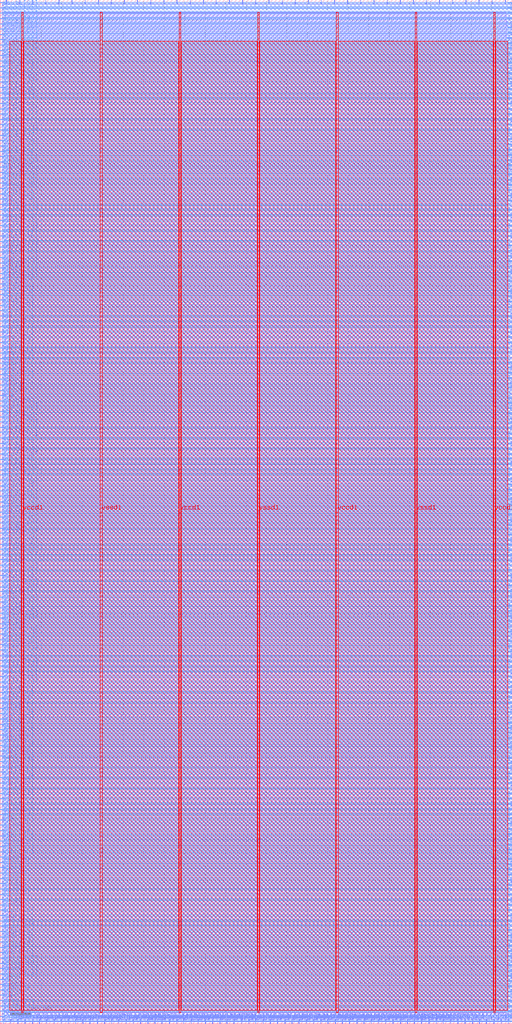
<source format=lef>
VERSION 5.7 ;
  NOWIREEXTENSIONATPIN ON ;
  DIVIDERCHAR "/" ;
  BUSBITCHARS "[]" ;
MACRO ExperiarCore
  CLASS BLOCK ;
  FOREIGN ExperiarCore ;
  ORIGIN 0.000 0.000 ;
  SIZE 500.000 BY 1000.000 ;
  PIN addr0[0]
    DIRECTION OUTPUT TRISTATE ;
    USE SIGNAL ;
    PORT
      LAYER met3 ;
        RECT 0.000 63.960 4.000 64.560 ;
    END
  END addr0[0]
  PIN addr0[1]
    DIRECTION OUTPUT TRISTATE ;
    USE SIGNAL ;
    PORT
      LAYER met3 ;
        RECT 0.000 69.400 4.000 70.000 ;
    END
  END addr0[1]
  PIN addr0[2]
    DIRECTION OUTPUT TRISTATE ;
    USE SIGNAL ;
    PORT
      LAYER met3 ;
        RECT 0.000 74.160 4.000 74.760 ;
    END
  END addr0[2]
  PIN addr0[3]
    DIRECTION OUTPUT TRISTATE ;
    USE SIGNAL ;
    PORT
      LAYER met3 ;
        RECT 0.000 79.600 4.000 80.200 ;
    END
  END addr0[3]
  PIN addr0[4]
    DIRECTION OUTPUT TRISTATE ;
    USE SIGNAL ;
    PORT
      LAYER met3 ;
        RECT 0.000 84.360 4.000 84.960 ;
    END
  END addr0[4]
  PIN addr0[5]
    DIRECTION OUTPUT TRISTATE ;
    USE SIGNAL ;
    PORT
      LAYER met3 ;
        RECT 0.000 89.800 4.000 90.400 ;
    END
  END addr0[5]
  PIN addr0[6]
    DIRECTION OUTPUT TRISTATE ;
    USE SIGNAL ;
    PORT
      LAYER met3 ;
        RECT 0.000 95.240 4.000 95.840 ;
    END
  END addr0[6]
  PIN addr0[7]
    DIRECTION OUTPUT TRISTATE ;
    USE SIGNAL ;
    PORT
      LAYER met3 ;
        RECT 0.000 100.000 4.000 100.600 ;
    END
  END addr0[7]
  PIN addr0[8]
    DIRECTION OUTPUT TRISTATE ;
    USE SIGNAL ;
    PORT
      LAYER met3 ;
        RECT 0.000 105.440 4.000 106.040 ;
    END
  END addr0[8]
  PIN addr1[0]
    DIRECTION OUTPUT TRISTATE ;
    USE SIGNAL ;
    PORT
      LAYER met3 ;
        RECT 0.000 623.600 4.000 624.200 ;
    END
  END addr1[0]
  PIN addr1[1]
    DIRECTION OUTPUT TRISTATE ;
    USE SIGNAL ;
    PORT
      LAYER met3 ;
        RECT 0.000 629.040 4.000 629.640 ;
    END
  END addr1[1]
  PIN addr1[2]
    DIRECTION OUTPUT TRISTATE ;
    USE SIGNAL ;
    PORT
      LAYER met3 ;
        RECT 0.000 633.800 4.000 634.400 ;
    END
  END addr1[2]
  PIN addr1[3]
    DIRECTION OUTPUT TRISTATE ;
    USE SIGNAL ;
    PORT
      LAYER met3 ;
        RECT 0.000 639.240 4.000 639.840 ;
    END
  END addr1[3]
  PIN addr1[4]
    DIRECTION OUTPUT TRISTATE ;
    USE SIGNAL ;
    PORT
      LAYER met3 ;
        RECT 0.000 644.680 4.000 645.280 ;
    END
  END addr1[4]
  PIN addr1[5]
    DIRECTION OUTPUT TRISTATE ;
    USE SIGNAL ;
    PORT
      LAYER met3 ;
        RECT 0.000 649.440 4.000 650.040 ;
    END
  END addr1[5]
  PIN addr1[6]
    DIRECTION OUTPUT TRISTATE ;
    USE SIGNAL ;
    PORT
      LAYER met3 ;
        RECT 0.000 654.880 4.000 655.480 ;
    END
  END addr1[6]
  PIN addr1[7]
    DIRECTION OUTPUT TRISTATE ;
    USE SIGNAL ;
    PORT
      LAYER met3 ;
        RECT 0.000 659.640 4.000 660.240 ;
    END
  END addr1[7]
  PIN addr1[8]
    DIRECTION OUTPUT TRISTATE ;
    USE SIGNAL ;
    PORT
      LAYER met3 ;
        RECT 0.000 665.080 4.000 665.680 ;
    END
  END addr1[8]
  PIN clk0
    DIRECTION OUTPUT TRISTATE ;
    USE SIGNAL ;
    PORT
      LAYER met3 ;
        RECT 0.000 22.480 4.000 23.080 ;
    END
  END clk0
  PIN clk1
    DIRECTION OUTPUT TRISTATE ;
    USE SIGNAL ;
    PORT
      LAYER met3 ;
        RECT 0.000 607.960 4.000 608.560 ;
    END
  END clk1
  PIN coreIndex[0]
    DIRECTION INPUT ;
    USE SIGNAL ;
    PORT
      LAYER met2 ;
        RECT 6.070 996.000 6.350 1000.000 ;
    END
  END coreIndex[0]
  PIN coreIndex[1]
    DIRECTION INPUT ;
    USE SIGNAL ;
    PORT
      LAYER met2 ;
        RECT 18.490 996.000 18.770 1000.000 ;
    END
  END coreIndex[1]
  PIN coreIndex[2]
    DIRECTION INPUT ;
    USE SIGNAL ;
    PORT
      LAYER met2 ;
        RECT 31.370 996.000 31.650 1000.000 ;
    END
  END coreIndex[2]
  PIN coreIndex[3]
    DIRECTION INPUT ;
    USE SIGNAL ;
    PORT
      LAYER met2 ;
        RECT 44.250 996.000 44.530 1000.000 ;
    END
  END coreIndex[3]
  PIN coreIndex[4]
    DIRECTION INPUT ;
    USE SIGNAL ;
    PORT
      LAYER met2 ;
        RECT 57.130 996.000 57.410 1000.000 ;
    END
  END coreIndex[4]
  PIN coreIndex[5]
    DIRECTION INPUT ;
    USE SIGNAL ;
    PORT
      LAYER met2 ;
        RECT 70.010 996.000 70.290 1000.000 ;
    END
  END coreIndex[5]
  PIN coreIndex[6]
    DIRECTION INPUT ;
    USE SIGNAL ;
    PORT
      LAYER met2 ;
        RECT 82.890 996.000 83.170 1000.000 ;
    END
  END coreIndex[6]
  PIN coreIndex[7]
    DIRECTION INPUT ;
    USE SIGNAL ;
    PORT
      LAYER met2 ;
        RECT 95.770 996.000 96.050 1000.000 ;
    END
  END coreIndex[7]
  PIN core_wb_ack_i
    DIRECTION INPUT ;
    USE SIGNAL ;
    PORT
      LAYER met3 ;
        RECT 496.000 11.600 500.000 12.200 ;
    END
  END core_wb_ack_i
  PIN core_wb_adr_o[0]
    DIRECTION OUTPUT TRISTATE ;
    USE SIGNAL ;
    PORT
      LAYER met3 ;
        RECT 496.000 41.520 500.000 42.120 ;
    END
  END core_wb_adr_o[0]
  PIN core_wb_adr_o[10]
    DIRECTION OUTPUT TRISTATE ;
    USE SIGNAL ;
    PORT
      LAYER met3 ;
        RECT 496.000 209.480 500.000 210.080 ;
    END
  END core_wb_adr_o[10]
  PIN core_wb_adr_o[11]
    DIRECTION OUTPUT TRISTATE ;
    USE SIGNAL ;
    PORT
      LAYER met3 ;
        RECT 496.000 224.440 500.000 225.040 ;
    END
  END core_wb_adr_o[11]
  PIN core_wb_adr_o[12]
    DIRECTION OUTPUT TRISTATE ;
    USE SIGNAL ;
    PORT
      LAYER met3 ;
        RECT 496.000 239.400 500.000 240.000 ;
    END
  END core_wb_adr_o[12]
  PIN core_wb_adr_o[13]
    DIRECTION OUTPUT TRISTATE ;
    USE SIGNAL ;
    PORT
      LAYER met3 ;
        RECT 496.000 254.360 500.000 254.960 ;
    END
  END core_wb_adr_o[13]
  PIN core_wb_adr_o[14]
    DIRECTION OUTPUT TRISTATE ;
    USE SIGNAL ;
    PORT
      LAYER met3 ;
        RECT 496.000 269.320 500.000 269.920 ;
    END
  END core_wb_adr_o[14]
  PIN core_wb_adr_o[15]
    DIRECTION OUTPUT TRISTATE ;
    USE SIGNAL ;
    PORT
      LAYER met3 ;
        RECT 496.000 284.280 500.000 284.880 ;
    END
  END core_wb_adr_o[15]
  PIN core_wb_adr_o[16]
    DIRECTION OUTPUT TRISTATE ;
    USE SIGNAL ;
    PORT
      LAYER met3 ;
        RECT 496.000 298.560 500.000 299.160 ;
    END
  END core_wb_adr_o[16]
  PIN core_wb_adr_o[17]
    DIRECTION OUTPUT TRISTATE ;
    USE SIGNAL ;
    PORT
      LAYER met3 ;
        RECT 496.000 313.520 500.000 314.120 ;
    END
  END core_wb_adr_o[17]
  PIN core_wb_adr_o[18]
    DIRECTION OUTPUT TRISTATE ;
    USE SIGNAL ;
    PORT
      LAYER met3 ;
        RECT 496.000 328.480 500.000 329.080 ;
    END
  END core_wb_adr_o[18]
  PIN core_wb_adr_o[19]
    DIRECTION OUTPUT TRISTATE ;
    USE SIGNAL ;
    PORT
      LAYER met3 ;
        RECT 496.000 343.440 500.000 344.040 ;
    END
  END core_wb_adr_o[19]
  PIN core_wb_adr_o[1]
    DIRECTION OUTPUT TRISTATE ;
    USE SIGNAL ;
    PORT
      LAYER met3 ;
        RECT 496.000 61.240 500.000 61.840 ;
    END
  END core_wb_adr_o[1]
  PIN core_wb_adr_o[20]
    DIRECTION OUTPUT TRISTATE ;
    USE SIGNAL ;
    PORT
      LAYER met3 ;
        RECT 496.000 358.400 500.000 359.000 ;
    END
  END core_wb_adr_o[20]
  PIN core_wb_adr_o[21]
    DIRECTION OUTPUT TRISTATE ;
    USE SIGNAL ;
    PORT
      LAYER met3 ;
        RECT 496.000 373.360 500.000 373.960 ;
    END
  END core_wb_adr_o[21]
  PIN core_wb_adr_o[22]
    DIRECTION OUTPUT TRISTATE ;
    USE SIGNAL ;
    PORT
      LAYER met3 ;
        RECT 496.000 388.320 500.000 388.920 ;
    END
  END core_wb_adr_o[22]
  PIN core_wb_adr_o[23]
    DIRECTION OUTPUT TRISTATE ;
    USE SIGNAL ;
    PORT
      LAYER met3 ;
        RECT 496.000 402.600 500.000 403.200 ;
    END
  END core_wb_adr_o[23]
  PIN core_wb_adr_o[24]
    DIRECTION OUTPUT TRISTATE ;
    USE SIGNAL ;
    PORT
      LAYER met3 ;
        RECT 496.000 417.560 500.000 418.160 ;
    END
  END core_wb_adr_o[24]
  PIN core_wb_adr_o[25]
    DIRECTION OUTPUT TRISTATE ;
    USE SIGNAL ;
    PORT
      LAYER met3 ;
        RECT 496.000 432.520 500.000 433.120 ;
    END
  END core_wb_adr_o[25]
  PIN core_wb_adr_o[26]
    DIRECTION OUTPUT TRISTATE ;
    USE SIGNAL ;
    PORT
      LAYER met3 ;
        RECT 496.000 447.480 500.000 448.080 ;
    END
  END core_wb_adr_o[26]
  PIN core_wb_adr_o[27]
    DIRECTION OUTPUT TRISTATE ;
    USE SIGNAL ;
    PORT
      LAYER met3 ;
        RECT 496.000 462.440 500.000 463.040 ;
    END
  END core_wb_adr_o[27]
  PIN core_wb_adr_o[2]
    DIRECTION OUTPUT TRISTATE ;
    USE SIGNAL ;
    PORT
      LAYER met3 ;
        RECT 496.000 80.960 500.000 81.560 ;
    END
  END core_wb_adr_o[2]
  PIN core_wb_adr_o[3]
    DIRECTION OUTPUT TRISTATE ;
    USE SIGNAL ;
    PORT
      LAYER met3 ;
        RECT 496.000 100.680 500.000 101.280 ;
    END
  END core_wb_adr_o[3]
  PIN core_wb_adr_o[4]
    DIRECTION OUTPUT TRISTATE ;
    USE SIGNAL ;
    PORT
      LAYER met3 ;
        RECT 496.000 120.400 500.000 121.000 ;
    END
  END core_wb_adr_o[4]
  PIN core_wb_adr_o[5]
    DIRECTION OUTPUT TRISTATE ;
    USE SIGNAL ;
    PORT
      LAYER met3 ;
        RECT 496.000 135.360 500.000 135.960 ;
    END
  END core_wb_adr_o[5]
  PIN core_wb_adr_o[6]
    DIRECTION OUTPUT TRISTATE ;
    USE SIGNAL ;
    PORT
      LAYER met3 ;
        RECT 496.000 150.320 500.000 150.920 ;
    END
  END core_wb_adr_o[6]
  PIN core_wb_adr_o[7]
    DIRECTION OUTPUT TRISTATE ;
    USE SIGNAL ;
    PORT
      LAYER met3 ;
        RECT 496.000 165.280 500.000 165.880 ;
    END
  END core_wb_adr_o[7]
  PIN core_wb_adr_o[8]
    DIRECTION OUTPUT TRISTATE ;
    USE SIGNAL ;
    PORT
      LAYER met3 ;
        RECT 496.000 180.240 500.000 180.840 ;
    END
  END core_wb_adr_o[8]
  PIN core_wb_adr_o[9]
    DIRECTION OUTPUT TRISTATE ;
    USE SIGNAL ;
    PORT
      LAYER met3 ;
        RECT 496.000 195.200 500.000 195.800 ;
    END
  END core_wb_adr_o[9]
  PIN core_wb_cyc_o
    DIRECTION OUTPUT TRISTATE ;
    USE SIGNAL ;
    PORT
      LAYER met3 ;
        RECT 496.000 16.360 500.000 16.960 ;
    END
  END core_wb_cyc_o
  PIN core_wb_data_i[0]
    DIRECTION INPUT ;
    USE SIGNAL ;
    PORT
      LAYER met3 ;
        RECT 496.000 46.280 500.000 46.880 ;
    END
  END core_wb_data_i[0]
  PIN core_wb_data_i[10]
    DIRECTION INPUT ;
    USE SIGNAL ;
    PORT
      LAYER met3 ;
        RECT 496.000 214.920 500.000 215.520 ;
    END
  END core_wb_data_i[10]
  PIN core_wb_data_i[11]
    DIRECTION INPUT ;
    USE SIGNAL ;
    PORT
      LAYER met3 ;
        RECT 496.000 229.200 500.000 229.800 ;
    END
  END core_wb_data_i[11]
  PIN core_wb_data_i[12]
    DIRECTION INPUT ;
    USE SIGNAL ;
    PORT
      LAYER met3 ;
        RECT 496.000 244.160 500.000 244.760 ;
    END
  END core_wb_data_i[12]
  PIN core_wb_data_i[13]
    DIRECTION INPUT ;
    USE SIGNAL ;
    PORT
      LAYER met3 ;
        RECT 496.000 259.120 500.000 259.720 ;
    END
  END core_wb_data_i[13]
  PIN core_wb_data_i[14]
    DIRECTION INPUT ;
    USE SIGNAL ;
    PORT
      LAYER met3 ;
        RECT 496.000 274.080 500.000 274.680 ;
    END
  END core_wb_data_i[14]
  PIN core_wb_data_i[15]
    DIRECTION INPUT ;
    USE SIGNAL ;
    PORT
      LAYER met3 ;
        RECT 496.000 289.040 500.000 289.640 ;
    END
  END core_wb_data_i[15]
  PIN core_wb_data_i[16]
    DIRECTION INPUT ;
    USE SIGNAL ;
    PORT
      LAYER met3 ;
        RECT 496.000 304.000 500.000 304.600 ;
    END
  END core_wb_data_i[16]
  PIN core_wb_data_i[17]
    DIRECTION INPUT ;
    USE SIGNAL ;
    PORT
      LAYER met3 ;
        RECT 496.000 318.960 500.000 319.560 ;
    END
  END core_wb_data_i[17]
  PIN core_wb_data_i[18]
    DIRECTION INPUT ;
    USE SIGNAL ;
    PORT
      LAYER met3 ;
        RECT 496.000 333.240 500.000 333.840 ;
    END
  END core_wb_data_i[18]
  PIN core_wb_data_i[19]
    DIRECTION INPUT ;
    USE SIGNAL ;
    PORT
      LAYER met3 ;
        RECT 496.000 348.200 500.000 348.800 ;
    END
  END core_wb_data_i[19]
  PIN core_wb_data_i[1]
    DIRECTION INPUT ;
    USE SIGNAL ;
    PORT
      LAYER met3 ;
        RECT 496.000 66.000 500.000 66.600 ;
    END
  END core_wb_data_i[1]
  PIN core_wb_data_i[20]
    DIRECTION INPUT ;
    USE SIGNAL ;
    PORT
      LAYER met3 ;
        RECT 496.000 363.160 500.000 363.760 ;
    END
  END core_wb_data_i[20]
  PIN core_wb_data_i[21]
    DIRECTION INPUT ;
    USE SIGNAL ;
    PORT
      LAYER met3 ;
        RECT 496.000 378.120 500.000 378.720 ;
    END
  END core_wb_data_i[21]
  PIN core_wb_data_i[22]
    DIRECTION INPUT ;
    USE SIGNAL ;
    PORT
      LAYER met3 ;
        RECT 496.000 393.080 500.000 393.680 ;
    END
  END core_wb_data_i[22]
  PIN core_wb_data_i[23]
    DIRECTION INPUT ;
    USE SIGNAL ;
    PORT
      LAYER met3 ;
        RECT 496.000 408.040 500.000 408.640 ;
    END
  END core_wb_data_i[23]
  PIN core_wb_data_i[24]
    DIRECTION INPUT ;
    USE SIGNAL ;
    PORT
      LAYER met3 ;
        RECT 496.000 422.320 500.000 422.920 ;
    END
  END core_wb_data_i[24]
  PIN core_wb_data_i[25]
    DIRECTION INPUT ;
    USE SIGNAL ;
    PORT
      LAYER met3 ;
        RECT 496.000 437.280 500.000 437.880 ;
    END
  END core_wb_data_i[25]
  PIN core_wb_data_i[26]
    DIRECTION INPUT ;
    USE SIGNAL ;
    PORT
      LAYER met3 ;
        RECT 496.000 452.240 500.000 452.840 ;
    END
  END core_wb_data_i[26]
  PIN core_wb_data_i[27]
    DIRECTION INPUT ;
    USE SIGNAL ;
    PORT
      LAYER met3 ;
        RECT 496.000 467.200 500.000 467.800 ;
    END
  END core_wb_data_i[27]
  PIN core_wb_data_i[28]
    DIRECTION INPUT ;
    USE SIGNAL ;
    PORT
      LAYER met3 ;
        RECT 496.000 477.400 500.000 478.000 ;
    END
  END core_wb_data_i[28]
  PIN core_wb_data_i[29]
    DIRECTION INPUT ;
    USE SIGNAL ;
    PORT
      LAYER met3 ;
        RECT 496.000 486.920 500.000 487.520 ;
    END
  END core_wb_data_i[29]
  PIN core_wb_data_i[2]
    DIRECTION INPUT ;
    USE SIGNAL ;
    PORT
      LAYER met3 ;
        RECT 496.000 85.720 500.000 86.320 ;
    END
  END core_wb_data_i[2]
  PIN core_wb_data_i[30]
    DIRECTION INPUT ;
    USE SIGNAL ;
    PORT
      LAYER met3 ;
        RECT 496.000 497.120 500.000 497.720 ;
    END
  END core_wb_data_i[30]
  PIN core_wb_data_i[31]
    DIRECTION INPUT ;
    USE SIGNAL ;
    PORT
      LAYER met3 ;
        RECT 496.000 506.640 500.000 507.240 ;
    END
  END core_wb_data_i[31]
  PIN core_wb_data_i[3]
    DIRECTION INPUT ;
    USE SIGNAL ;
    PORT
      LAYER met3 ;
        RECT 496.000 105.440 500.000 106.040 ;
    END
  END core_wb_data_i[3]
  PIN core_wb_data_i[4]
    DIRECTION INPUT ;
    USE SIGNAL ;
    PORT
      LAYER met3 ;
        RECT 496.000 125.840 500.000 126.440 ;
    END
  END core_wb_data_i[4]
  PIN core_wb_data_i[5]
    DIRECTION INPUT ;
    USE SIGNAL ;
    PORT
      LAYER met3 ;
        RECT 496.000 140.120 500.000 140.720 ;
    END
  END core_wb_data_i[5]
  PIN core_wb_data_i[6]
    DIRECTION INPUT ;
    USE SIGNAL ;
    PORT
      LAYER met3 ;
        RECT 496.000 155.080 500.000 155.680 ;
    END
  END core_wb_data_i[6]
  PIN core_wb_data_i[7]
    DIRECTION INPUT ;
    USE SIGNAL ;
    PORT
      LAYER met3 ;
        RECT 496.000 170.040 500.000 170.640 ;
    END
  END core_wb_data_i[7]
  PIN core_wb_data_i[8]
    DIRECTION INPUT ;
    USE SIGNAL ;
    PORT
      LAYER met3 ;
        RECT 496.000 185.000 500.000 185.600 ;
    END
  END core_wb_data_i[8]
  PIN core_wb_data_i[9]
    DIRECTION INPUT ;
    USE SIGNAL ;
    PORT
      LAYER met3 ;
        RECT 496.000 199.960 500.000 200.560 ;
    END
  END core_wb_data_i[9]
  PIN core_wb_data_o[0]
    DIRECTION OUTPUT TRISTATE ;
    USE SIGNAL ;
    PORT
      LAYER met3 ;
        RECT 496.000 51.040 500.000 51.640 ;
    END
  END core_wb_data_o[0]
  PIN core_wb_data_o[10]
    DIRECTION OUTPUT TRISTATE ;
    USE SIGNAL ;
    PORT
      LAYER met3 ;
        RECT 496.000 219.680 500.000 220.280 ;
    END
  END core_wb_data_o[10]
  PIN core_wb_data_o[11]
    DIRECTION OUTPUT TRISTATE ;
    USE SIGNAL ;
    PORT
      LAYER met3 ;
        RECT 496.000 234.640 500.000 235.240 ;
    END
  END core_wb_data_o[11]
  PIN core_wb_data_o[12]
    DIRECTION OUTPUT TRISTATE ;
    USE SIGNAL ;
    PORT
      LAYER met3 ;
        RECT 496.000 249.600 500.000 250.200 ;
    END
  END core_wb_data_o[12]
  PIN core_wb_data_o[13]
    DIRECTION OUTPUT TRISTATE ;
    USE SIGNAL ;
    PORT
      LAYER met3 ;
        RECT 496.000 263.880 500.000 264.480 ;
    END
  END core_wb_data_o[13]
  PIN core_wb_data_o[14]
    DIRECTION OUTPUT TRISTATE ;
    USE SIGNAL ;
    PORT
      LAYER met3 ;
        RECT 496.000 278.840 500.000 279.440 ;
    END
  END core_wb_data_o[14]
  PIN core_wb_data_o[15]
    DIRECTION OUTPUT TRISTATE ;
    USE SIGNAL ;
    PORT
      LAYER met3 ;
        RECT 496.000 293.800 500.000 294.400 ;
    END
  END core_wb_data_o[15]
  PIN core_wb_data_o[16]
    DIRECTION OUTPUT TRISTATE ;
    USE SIGNAL ;
    PORT
      LAYER met3 ;
        RECT 496.000 308.760 500.000 309.360 ;
    END
  END core_wb_data_o[16]
  PIN core_wb_data_o[17]
    DIRECTION OUTPUT TRISTATE ;
    USE SIGNAL ;
    PORT
      LAYER met3 ;
        RECT 496.000 323.720 500.000 324.320 ;
    END
  END core_wb_data_o[17]
  PIN core_wb_data_o[18]
    DIRECTION OUTPUT TRISTATE ;
    USE SIGNAL ;
    PORT
      LAYER met3 ;
        RECT 496.000 338.680 500.000 339.280 ;
    END
  END core_wb_data_o[18]
  PIN core_wb_data_o[19]
    DIRECTION OUTPUT TRISTATE ;
    USE SIGNAL ;
    PORT
      LAYER met3 ;
        RECT 496.000 353.640 500.000 354.240 ;
    END
  END core_wb_data_o[19]
  PIN core_wb_data_o[1]
    DIRECTION OUTPUT TRISTATE ;
    USE SIGNAL ;
    PORT
      LAYER met3 ;
        RECT 496.000 70.760 500.000 71.360 ;
    END
  END core_wb_data_o[1]
  PIN core_wb_data_o[20]
    DIRECTION OUTPUT TRISTATE ;
    USE SIGNAL ;
    PORT
      LAYER met3 ;
        RECT 496.000 367.920 500.000 368.520 ;
    END
  END core_wb_data_o[20]
  PIN core_wb_data_o[21]
    DIRECTION OUTPUT TRISTATE ;
    USE SIGNAL ;
    PORT
      LAYER met3 ;
        RECT 496.000 382.880 500.000 383.480 ;
    END
  END core_wb_data_o[21]
  PIN core_wb_data_o[22]
    DIRECTION OUTPUT TRISTATE ;
    USE SIGNAL ;
    PORT
      LAYER met3 ;
        RECT 496.000 397.840 500.000 398.440 ;
    END
  END core_wb_data_o[22]
  PIN core_wb_data_o[23]
    DIRECTION OUTPUT TRISTATE ;
    USE SIGNAL ;
    PORT
      LAYER met3 ;
        RECT 496.000 412.800 500.000 413.400 ;
    END
  END core_wb_data_o[23]
  PIN core_wb_data_o[24]
    DIRECTION OUTPUT TRISTATE ;
    USE SIGNAL ;
    PORT
      LAYER met3 ;
        RECT 496.000 427.760 500.000 428.360 ;
    END
  END core_wb_data_o[24]
  PIN core_wb_data_o[25]
    DIRECTION OUTPUT TRISTATE ;
    USE SIGNAL ;
    PORT
      LAYER met3 ;
        RECT 496.000 442.720 500.000 443.320 ;
    END
  END core_wb_data_o[25]
  PIN core_wb_data_o[26]
    DIRECTION OUTPUT TRISTATE ;
    USE SIGNAL ;
    PORT
      LAYER met3 ;
        RECT 496.000 457.000 500.000 457.600 ;
    END
  END core_wb_data_o[26]
  PIN core_wb_data_o[27]
    DIRECTION OUTPUT TRISTATE ;
    USE SIGNAL ;
    PORT
      LAYER met3 ;
        RECT 496.000 471.960 500.000 472.560 ;
    END
  END core_wb_data_o[27]
  PIN core_wb_data_o[28]
    DIRECTION OUTPUT TRISTATE ;
    USE SIGNAL ;
    PORT
      LAYER met3 ;
        RECT 496.000 482.160 500.000 482.760 ;
    END
  END core_wb_data_o[28]
  PIN core_wb_data_o[29]
    DIRECTION OUTPUT TRISTATE ;
    USE SIGNAL ;
    PORT
      LAYER met3 ;
        RECT 496.000 491.680 500.000 492.280 ;
    END
  END core_wb_data_o[29]
  PIN core_wb_data_o[2]
    DIRECTION OUTPUT TRISTATE ;
    USE SIGNAL ;
    PORT
      LAYER met3 ;
        RECT 496.000 91.160 500.000 91.760 ;
    END
  END core_wb_data_o[2]
  PIN core_wb_data_o[30]
    DIRECTION OUTPUT TRISTATE ;
    USE SIGNAL ;
    PORT
      LAYER met3 ;
        RECT 496.000 501.880 500.000 502.480 ;
    END
  END core_wb_data_o[30]
  PIN core_wb_data_o[31]
    DIRECTION OUTPUT TRISTATE ;
    USE SIGNAL ;
    PORT
      LAYER met3 ;
        RECT 496.000 512.080 500.000 512.680 ;
    END
  END core_wb_data_o[31]
  PIN core_wb_data_o[3]
    DIRECTION OUTPUT TRISTATE ;
    USE SIGNAL ;
    PORT
      LAYER met3 ;
        RECT 496.000 110.880 500.000 111.480 ;
    END
  END core_wb_data_o[3]
  PIN core_wb_data_o[4]
    DIRECTION OUTPUT TRISTATE ;
    USE SIGNAL ;
    PORT
      LAYER met3 ;
        RECT 496.000 130.600 500.000 131.200 ;
    END
  END core_wb_data_o[4]
  PIN core_wb_data_o[5]
    DIRECTION OUTPUT TRISTATE ;
    USE SIGNAL ;
    PORT
      LAYER met3 ;
        RECT 496.000 145.560 500.000 146.160 ;
    END
  END core_wb_data_o[5]
  PIN core_wb_data_o[6]
    DIRECTION OUTPUT TRISTATE ;
    USE SIGNAL ;
    PORT
      LAYER met3 ;
        RECT 496.000 160.520 500.000 161.120 ;
    END
  END core_wb_data_o[6]
  PIN core_wb_data_o[7]
    DIRECTION OUTPUT TRISTATE ;
    USE SIGNAL ;
    PORT
      LAYER met3 ;
        RECT 496.000 174.800 500.000 175.400 ;
    END
  END core_wb_data_o[7]
  PIN core_wb_data_o[8]
    DIRECTION OUTPUT TRISTATE ;
    USE SIGNAL ;
    PORT
      LAYER met3 ;
        RECT 496.000 189.760 500.000 190.360 ;
    END
  END core_wb_data_o[8]
  PIN core_wb_data_o[9]
    DIRECTION OUTPUT TRISTATE ;
    USE SIGNAL ;
    PORT
      LAYER met3 ;
        RECT 496.000 204.720 500.000 205.320 ;
    END
  END core_wb_data_o[9]
  PIN core_wb_error_i
    DIRECTION INPUT ;
    USE SIGNAL ;
    PORT
      LAYER met3 ;
        RECT 496.000 21.800 500.000 22.400 ;
    END
  END core_wb_error_i
  PIN core_wb_sel_o[0]
    DIRECTION OUTPUT TRISTATE ;
    USE SIGNAL ;
    PORT
      LAYER met3 ;
        RECT 496.000 56.480 500.000 57.080 ;
    END
  END core_wb_sel_o[0]
  PIN core_wb_sel_o[1]
    DIRECTION OUTPUT TRISTATE ;
    USE SIGNAL ;
    PORT
      LAYER met3 ;
        RECT 496.000 76.200 500.000 76.800 ;
    END
  END core_wb_sel_o[1]
  PIN core_wb_sel_o[2]
    DIRECTION OUTPUT TRISTATE ;
    USE SIGNAL ;
    PORT
      LAYER met3 ;
        RECT 496.000 95.920 500.000 96.520 ;
    END
  END core_wb_sel_o[2]
  PIN core_wb_sel_o[3]
    DIRECTION OUTPUT TRISTATE ;
    USE SIGNAL ;
    PORT
      LAYER met3 ;
        RECT 496.000 115.640 500.000 116.240 ;
    END
  END core_wb_sel_o[3]
  PIN core_wb_stall_i
    DIRECTION INPUT ;
    USE SIGNAL ;
    PORT
      LAYER met3 ;
        RECT 496.000 26.560 500.000 27.160 ;
    END
  END core_wb_stall_i
  PIN core_wb_stb_o
    DIRECTION OUTPUT TRISTATE ;
    USE SIGNAL ;
    PORT
      LAYER met3 ;
        RECT 496.000 31.320 500.000 31.920 ;
    END
  END core_wb_stb_o
  PIN core_wb_we_o
    DIRECTION OUTPUT TRISTATE ;
    USE SIGNAL ;
    PORT
      LAYER met3 ;
        RECT 496.000 36.080 500.000 36.680 ;
    END
  END core_wb_we_o
  PIN csb0[0]
    DIRECTION OUTPUT TRISTATE ;
    USE SIGNAL ;
    PORT
      LAYER met3 ;
        RECT 0.000 27.920 4.000 28.520 ;
    END
  END csb0[0]
  PIN csb0[1]
    DIRECTION OUTPUT TRISTATE ;
    USE SIGNAL ;
    PORT
      LAYER met3 ;
        RECT 0.000 32.680 4.000 33.280 ;
    END
  END csb0[1]
  PIN csb1[0]
    DIRECTION OUTPUT TRISTATE ;
    USE SIGNAL ;
    PORT
      LAYER met3 ;
        RECT 0.000 613.400 4.000 614.000 ;
    END
  END csb1[0]
  PIN csb1[1]
    DIRECTION OUTPUT TRISTATE ;
    USE SIGNAL ;
    PORT
      LAYER met3 ;
        RECT 0.000 618.160 4.000 618.760 ;
    END
  END csb1[1]
  PIN din0[0]
    DIRECTION OUTPUT TRISTATE ;
    USE SIGNAL ;
    PORT
      LAYER met3 ;
        RECT 0.000 110.880 4.000 111.480 ;
    END
  END din0[0]
  PIN din0[10]
    DIRECTION OUTPUT TRISTATE ;
    USE SIGNAL ;
    PORT
      LAYER met3 ;
        RECT 0.000 162.560 4.000 163.160 ;
    END
  END din0[10]
  PIN din0[11]
    DIRECTION OUTPUT TRISTATE ;
    USE SIGNAL ;
    PORT
      LAYER met3 ;
        RECT 0.000 167.320 4.000 167.920 ;
    END
  END din0[11]
  PIN din0[12]
    DIRECTION OUTPUT TRISTATE ;
    USE SIGNAL ;
    PORT
      LAYER met3 ;
        RECT 0.000 172.760 4.000 173.360 ;
    END
  END din0[12]
  PIN din0[13]
    DIRECTION OUTPUT TRISTATE ;
    USE SIGNAL ;
    PORT
      LAYER met3 ;
        RECT 0.000 178.200 4.000 178.800 ;
    END
  END din0[13]
  PIN din0[14]
    DIRECTION OUTPUT TRISTATE ;
    USE SIGNAL ;
    PORT
      LAYER met3 ;
        RECT 0.000 182.960 4.000 183.560 ;
    END
  END din0[14]
  PIN din0[15]
    DIRECTION OUTPUT TRISTATE ;
    USE SIGNAL ;
    PORT
      LAYER met3 ;
        RECT 0.000 188.400 4.000 189.000 ;
    END
  END din0[15]
  PIN din0[16]
    DIRECTION OUTPUT TRISTATE ;
    USE SIGNAL ;
    PORT
      LAYER met3 ;
        RECT 0.000 193.840 4.000 194.440 ;
    END
  END din0[16]
  PIN din0[17]
    DIRECTION OUTPUT TRISTATE ;
    USE SIGNAL ;
    PORT
      LAYER met3 ;
        RECT 0.000 198.600 4.000 199.200 ;
    END
  END din0[17]
  PIN din0[18]
    DIRECTION OUTPUT TRISTATE ;
    USE SIGNAL ;
    PORT
      LAYER met3 ;
        RECT 0.000 204.040 4.000 204.640 ;
    END
  END din0[18]
  PIN din0[19]
    DIRECTION OUTPUT TRISTATE ;
    USE SIGNAL ;
    PORT
      LAYER met3 ;
        RECT 0.000 208.800 4.000 209.400 ;
    END
  END din0[19]
  PIN din0[1]
    DIRECTION OUTPUT TRISTATE ;
    USE SIGNAL ;
    PORT
      LAYER met3 ;
        RECT 0.000 115.640 4.000 116.240 ;
    END
  END din0[1]
  PIN din0[20]
    DIRECTION OUTPUT TRISTATE ;
    USE SIGNAL ;
    PORT
      LAYER met3 ;
        RECT 0.000 214.240 4.000 214.840 ;
    END
  END din0[20]
  PIN din0[21]
    DIRECTION OUTPUT TRISTATE ;
    USE SIGNAL ;
    PORT
      LAYER met3 ;
        RECT 0.000 219.680 4.000 220.280 ;
    END
  END din0[21]
  PIN din0[22]
    DIRECTION OUTPUT TRISTATE ;
    USE SIGNAL ;
    PORT
      LAYER met3 ;
        RECT 0.000 224.440 4.000 225.040 ;
    END
  END din0[22]
  PIN din0[23]
    DIRECTION OUTPUT TRISTATE ;
    USE SIGNAL ;
    PORT
      LAYER met3 ;
        RECT 0.000 229.880 4.000 230.480 ;
    END
  END din0[23]
  PIN din0[24]
    DIRECTION OUTPUT TRISTATE ;
    USE SIGNAL ;
    PORT
      LAYER met3 ;
        RECT 0.000 234.640 4.000 235.240 ;
    END
  END din0[24]
  PIN din0[25]
    DIRECTION OUTPUT TRISTATE ;
    USE SIGNAL ;
    PORT
      LAYER met3 ;
        RECT 0.000 240.080 4.000 240.680 ;
    END
  END din0[25]
  PIN din0[26]
    DIRECTION OUTPUT TRISTATE ;
    USE SIGNAL ;
    PORT
      LAYER met3 ;
        RECT 0.000 245.520 4.000 246.120 ;
    END
  END din0[26]
  PIN din0[27]
    DIRECTION OUTPUT TRISTATE ;
    USE SIGNAL ;
    PORT
      LAYER met3 ;
        RECT 0.000 250.280 4.000 250.880 ;
    END
  END din0[27]
  PIN din0[28]
    DIRECTION OUTPUT TRISTATE ;
    USE SIGNAL ;
    PORT
      LAYER met3 ;
        RECT 0.000 255.720 4.000 256.320 ;
    END
  END din0[28]
  PIN din0[29]
    DIRECTION OUTPUT TRISTATE ;
    USE SIGNAL ;
    PORT
      LAYER met3 ;
        RECT 0.000 261.160 4.000 261.760 ;
    END
  END din0[29]
  PIN din0[2]
    DIRECTION OUTPUT TRISTATE ;
    USE SIGNAL ;
    PORT
      LAYER met3 ;
        RECT 0.000 121.080 4.000 121.680 ;
    END
  END din0[2]
  PIN din0[30]
    DIRECTION OUTPUT TRISTATE ;
    USE SIGNAL ;
    PORT
      LAYER met3 ;
        RECT 0.000 265.920 4.000 266.520 ;
    END
  END din0[30]
  PIN din0[31]
    DIRECTION OUTPUT TRISTATE ;
    USE SIGNAL ;
    PORT
      LAYER met3 ;
        RECT 0.000 271.360 4.000 271.960 ;
    END
  END din0[31]
  PIN din0[3]
    DIRECTION OUTPUT TRISTATE ;
    USE SIGNAL ;
    PORT
      LAYER met3 ;
        RECT 0.000 125.840 4.000 126.440 ;
    END
  END din0[3]
  PIN din0[4]
    DIRECTION OUTPUT TRISTATE ;
    USE SIGNAL ;
    PORT
      LAYER met3 ;
        RECT 0.000 131.280 4.000 131.880 ;
    END
  END din0[4]
  PIN din0[5]
    DIRECTION OUTPUT TRISTATE ;
    USE SIGNAL ;
    PORT
      LAYER met3 ;
        RECT 0.000 136.720 4.000 137.320 ;
    END
  END din0[5]
  PIN din0[6]
    DIRECTION OUTPUT TRISTATE ;
    USE SIGNAL ;
    PORT
      LAYER met3 ;
        RECT 0.000 141.480 4.000 142.080 ;
    END
  END din0[6]
  PIN din0[7]
    DIRECTION OUTPUT TRISTATE ;
    USE SIGNAL ;
    PORT
      LAYER met3 ;
        RECT 0.000 146.920 4.000 147.520 ;
    END
  END din0[7]
  PIN din0[8]
    DIRECTION OUTPUT TRISTATE ;
    USE SIGNAL ;
    PORT
      LAYER met3 ;
        RECT 0.000 152.360 4.000 152.960 ;
    END
  END din0[8]
  PIN din0[9]
    DIRECTION OUTPUT TRISTATE ;
    USE SIGNAL ;
    PORT
      LAYER met3 ;
        RECT 0.000 157.120 4.000 157.720 ;
    END
  END din0[9]
  PIN dout0[0]
    DIRECTION INPUT ;
    USE SIGNAL ;
    PORT
      LAYER met3 ;
        RECT 0.000 276.120 4.000 276.720 ;
    END
  END dout0[0]
  PIN dout0[10]
    DIRECTION INPUT ;
    USE SIGNAL ;
    PORT
      LAYER met3 ;
        RECT 0.000 328.480 4.000 329.080 ;
    END
  END dout0[10]
  PIN dout0[11]
    DIRECTION INPUT ;
    USE SIGNAL ;
    PORT
      LAYER met3 ;
        RECT 0.000 333.240 4.000 333.840 ;
    END
  END dout0[11]
  PIN dout0[12]
    DIRECTION INPUT ;
    USE SIGNAL ;
    PORT
      LAYER met3 ;
        RECT 0.000 338.680 4.000 339.280 ;
    END
  END dout0[12]
  PIN dout0[13]
    DIRECTION INPUT ;
    USE SIGNAL ;
    PORT
      LAYER met3 ;
        RECT 0.000 344.120 4.000 344.720 ;
    END
  END dout0[13]
  PIN dout0[14]
    DIRECTION INPUT ;
    USE SIGNAL ;
    PORT
      LAYER met3 ;
        RECT 0.000 348.880 4.000 349.480 ;
    END
  END dout0[14]
  PIN dout0[15]
    DIRECTION INPUT ;
    USE SIGNAL ;
    PORT
      LAYER met3 ;
        RECT 0.000 354.320 4.000 354.920 ;
    END
  END dout0[15]
  PIN dout0[16]
    DIRECTION INPUT ;
    USE SIGNAL ;
    PORT
      LAYER met3 ;
        RECT 0.000 359.080 4.000 359.680 ;
    END
  END dout0[16]
  PIN dout0[17]
    DIRECTION INPUT ;
    USE SIGNAL ;
    PORT
      LAYER met3 ;
        RECT 0.000 364.520 4.000 365.120 ;
    END
  END dout0[17]
  PIN dout0[18]
    DIRECTION INPUT ;
    USE SIGNAL ;
    PORT
      LAYER met3 ;
        RECT 0.000 369.960 4.000 370.560 ;
    END
  END dout0[18]
  PIN dout0[19]
    DIRECTION INPUT ;
    USE SIGNAL ;
    PORT
      LAYER met3 ;
        RECT 0.000 374.720 4.000 375.320 ;
    END
  END dout0[19]
  PIN dout0[1]
    DIRECTION INPUT ;
    USE SIGNAL ;
    PORT
      LAYER met3 ;
        RECT 0.000 281.560 4.000 282.160 ;
    END
  END dout0[1]
  PIN dout0[20]
    DIRECTION INPUT ;
    USE SIGNAL ;
    PORT
      LAYER met3 ;
        RECT 0.000 380.160 4.000 380.760 ;
    END
  END dout0[20]
  PIN dout0[21]
    DIRECTION INPUT ;
    USE SIGNAL ;
    PORT
      LAYER met3 ;
        RECT 0.000 385.600 4.000 386.200 ;
    END
  END dout0[21]
  PIN dout0[22]
    DIRECTION INPUT ;
    USE SIGNAL ;
    PORT
      LAYER met3 ;
        RECT 0.000 390.360 4.000 390.960 ;
    END
  END dout0[22]
  PIN dout0[23]
    DIRECTION INPUT ;
    USE SIGNAL ;
    PORT
      LAYER met3 ;
        RECT 0.000 395.800 4.000 396.400 ;
    END
  END dout0[23]
  PIN dout0[24]
    DIRECTION INPUT ;
    USE SIGNAL ;
    PORT
      LAYER met3 ;
        RECT 0.000 400.560 4.000 401.160 ;
    END
  END dout0[24]
  PIN dout0[25]
    DIRECTION INPUT ;
    USE SIGNAL ;
    PORT
      LAYER met3 ;
        RECT 0.000 406.000 4.000 406.600 ;
    END
  END dout0[25]
  PIN dout0[26]
    DIRECTION INPUT ;
    USE SIGNAL ;
    PORT
      LAYER met3 ;
        RECT 0.000 411.440 4.000 412.040 ;
    END
  END dout0[26]
  PIN dout0[27]
    DIRECTION INPUT ;
    USE SIGNAL ;
    PORT
      LAYER met3 ;
        RECT 0.000 416.200 4.000 416.800 ;
    END
  END dout0[27]
  PIN dout0[28]
    DIRECTION INPUT ;
    USE SIGNAL ;
    PORT
      LAYER met3 ;
        RECT 0.000 421.640 4.000 422.240 ;
    END
  END dout0[28]
  PIN dout0[29]
    DIRECTION INPUT ;
    USE SIGNAL ;
    PORT
      LAYER met3 ;
        RECT 0.000 426.400 4.000 427.000 ;
    END
  END dout0[29]
  PIN dout0[2]
    DIRECTION INPUT ;
    USE SIGNAL ;
    PORT
      LAYER met3 ;
        RECT 0.000 287.000 4.000 287.600 ;
    END
  END dout0[2]
  PIN dout0[30]
    DIRECTION INPUT ;
    USE SIGNAL ;
    PORT
      LAYER met3 ;
        RECT 0.000 431.840 4.000 432.440 ;
    END
  END dout0[30]
  PIN dout0[31]
    DIRECTION INPUT ;
    USE SIGNAL ;
    PORT
      LAYER met3 ;
        RECT 0.000 437.280 4.000 437.880 ;
    END
  END dout0[31]
  PIN dout0[32]
    DIRECTION INPUT ;
    USE SIGNAL ;
    PORT
      LAYER met3 ;
        RECT 0.000 442.040 4.000 442.640 ;
    END
  END dout0[32]
  PIN dout0[33]
    DIRECTION INPUT ;
    USE SIGNAL ;
    PORT
      LAYER met3 ;
        RECT 0.000 447.480 4.000 448.080 ;
    END
  END dout0[33]
  PIN dout0[34]
    DIRECTION INPUT ;
    USE SIGNAL ;
    PORT
      LAYER met3 ;
        RECT 0.000 452.920 4.000 453.520 ;
    END
  END dout0[34]
  PIN dout0[35]
    DIRECTION INPUT ;
    USE SIGNAL ;
    PORT
      LAYER met3 ;
        RECT 0.000 457.680 4.000 458.280 ;
    END
  END dout0[35]
  PIN dout0[36]
    DIRECTION INPUT ;
    USE SIGNAL ;
    PORT
      LAYER met3 ;
        RECT 0.000 463.120 4.000 463.720 ;
    END
  END dout0[36]
  PIN dout0[37]
    DIRECTION INPUT ;
    USE SIGNAL ;
    PORT
      LAYER met3 ;
        RECT 0.000 467.880 4.000 468.480 ;
    END
  END dout0[37]
  PIN dout0[38]
    DIRECTION INPUT ;
    USE SIGNAL ;
    PORT
      LAYER met3 ;
        RECT 0.000 473.320 4.000 473.920 ;
    END
  END dout0[38]
  PIN dout0[39]
    DIRECTION INPUT ;
    USE SIGNAL ;
    PORT
      LAYER met3 ;
        RECT 0.000 478.760 4.000 479.360 ;
    END
  END dout0[39]
  PIN dout0[3]
    DIRECTION INPUT ;
    USE SIGNAL ;
    PORT
      LAYER met3 ;
        RECT 0.000 291.760 4.000 292.360 ;
    END
  END dout0[3]
  PIN dout0[40]
    DIRECTION INPUT ;
    USE SIGNAL ;
    PORT
      LAYER met3 ;
        RECT 0.000 483.520 4.000 484.120 ;
    END
  END dout0[40]
  PIN dout0[41]
    DIRECTION INPUT ;
    USE SIGNAL ;
    PORT
      LAYER met3 ;
        RECT 0.000 488.960 4.000 489.560 ;
    END
  END dout0[41]
  PIN dout0[42]
    DIRECTION INPUT ;
    USE SIGNAL ;
    PORT
      LAYER met3 ;
        RECT 0.000 494.400 4.000 495.000 ;
    END
  END dout0[42]
  PIN dout0[43]
    DIRECTION INPUT ;
    USE SIGNAL ;
    PORT
      LAYER met3 ;
        RECT 0.000 499.160 4.000 499.760 ;
    END
  END dout0[43]
  PIN dout0[44]
    DIRECTION INPUT ;
    USE SIGNAL ;
    PORT
      LAYER met3 ;
        RECT 0.000 504.600 4.000 505.200 ;
    END
  END dout0[44]
  PIN dout0[45]
    DIRECTION INPUT ;
    USE SIGNAL ;
    PORT
      LAYER met3 ;
        RECT 0.000 509.360 4.000 509.960 ;
    END
  END dout0[45]
  PIN dout0[46]
    DIRECTION INPUT ;
    USE SIGNAL ;
    PORT
      LAYER met3 ;
        RECT 0.000 514.800 4.000 515.400 ;
    END
  END dout0[46]
  PIN dout0[47]
    DIRECTION INPUT ;
    USE SIGNAL ;
    PORT
      LAYER met3 ;
        RECT 0.000 520.240 4.000 520.840 ;
    END
  END dout0[47]
  PIN dout0[48]
    DIRECTION INPUT ;
    USE SIGNAL ;
    PORT
      LAYER met3 ;
        RECT 0.000 525.000 4.000 525.600 ;
    END
  END dout0[48]
  PIN dout0[49]
    DIRECTION INPUT ;
    USE SIGNAL ;
    PORT
      LAYER met3 ;
        RECT 0.000 530.440 4.000 531.040 ;
    END
  END dout0[49]
  PIN dout0[4]
    DIRECTION INPUT ;
    USE SIGNAL ;
    PORT
      LAYER met3 ;
        RECT 0.000 297.200 4.000 297.800 ;
    END
  END dout0[4]
  PIN dout0[50]
    DIRECTION INPUT ;
    USE SIGNAL ;
    PORT
      LAYER met3 ;
        RECT 0.000 535.880 4.000 536.480 ;
    END
  END dout0[50]
  PIN dout0[51]
    DIRECTION INPUT ;
    USE SIGNAL ;
    PORT
      LAYER met3 ;
        RECT 0.000 540.640 4.000 541.240 ;
    END
  END dout0[51]
  PIN dout0[52]
    DIRECTION INPUT ;
    USE SIGNAL ;
    PORT
      LAYER met3 ;
        RECT 0.000 546.080 4.000 546.680 ;
    END
  END dout0[52]
  PIN dout0[53]
    DIRECTION INPUT ;
    USE SIGNAL ;
    PORT
      LAYER met3 ;
        RECT 0.000 550.840 4.000 551.440 ;
    END
  END dout0[53]
  PIN dout0[54]
    DIRECTION INPUT ;
    USE SIGNAL ;
    PORT
      LAYER met3 ;
        RECT 0.000 556.280 4.000 556.880 ;
    END
  END dout0[54]
  PIN dout0[55]
    DIRECTION INPUT ;
    USE SIGNAL ;
    PORT
      LAYER met3 ;
        RECT 0.000 561.720 4.000 562.320 ;
    END
  END dout0[55]
  PIN dout0[56]
    DIRECTION INPUT ;
    USE SIGNAL ;
    PORT
      LAYER met3 ;
        RECT 0.000 566.480 4.000 567.080 ;
    END
  END dout0[56]
  PIN dout0[57]
    DIRECTION INPUT ;
    USE SIGNAL ;
    PORT
      LAYER met3 ;
        RECT 0.000 571.920 4.000 572.520 ;
    END
  END dout0[57]
  PIN dout0[58]
    DIRECTION INPUT ;
    USE SIGNAL ;
    PORT
      LAYER met3 ;
        RECT 0.000 577.360 4.000 577.960 ;
    END
  END dout0[58]
  PIN dout0[59]
    DIRECTION INPUT ;
    USE SIGNAL ;
    PORT
      LAYER met3 ;
        RECT 0.000 582.120 4.000 582.720 ;
    END
  END dout0[59]
  PIN dout0[5]
    DIRECTION INPUT ;
    USE SIGNAL ;
    PORT
      LAYER met3 ;
        RECT 0.000 302.640 4.000 303.240 ;
    END
  END dout0[5]
  PIN dout0[60]
    DIRECTION INPUT ;
    USE SIGNAL ;
    PORT
      LAYER met3 ;
        RECT 0.000 587.560 4.000 588.160 ;
    END
  END dout0[60]
  PIN dout0[61]
    DIRECTION INPUT ;
    USE SIGNAL ;
    PORT
      LAYER met3 ;
        RECT 0.000 592.320 4.000 592.920 ;
    END
  END dout0[61]
  PIN dout0[62]
    DIRECTION INPUT ;
    USE SIGNAL ;
    PORT
      LAYER met3 ;
        RECT 0.000 597.760 4.000 598.360 ;
    END
  END dout0[62]
  PIN dout0[63]
    DIRECTION INPUT ;
    USE SIGNAL ;
    PORT
      LAYER met3 ;
        RECT 0.000 603.200 4.000 603.800 ;
    END
  END dout0[63]
  PIN dout0[6]
    DIRECTION INPUT ;
    USE SIGNAL ;
    PORT
      LAYER met3 ;
        RECT 0.000 307.400 4.000 308.000 ;
    END
  END dout0[6]
  PIN dout0[7]
    DIRECTION INPUT ;
    USE SIGNAL ;
    PORT
      LAYER met3 ;
        RECT 0.000 312.840 4.000 313.440 ;
    END
  END dout0[7]
  PIN dout0[8]
    DIRECTION INPUT ;
    USE SIGNAL ;
    PORT
      LAYER met3 ;
        RECT 0.000 317.600 4.000 318.200 ;
    END
  END dout0[8]
  PIN dout0[9]
    DIRECTION INPUT ;
    USE SIGNAL ;
    PORT
      LAYER met3 ;
        RECT 0.000 323.040 4.000 323.640 ;
    END
  END dout0[9]
  PIN dout1[0]
    DIRECTION INPUT ;
    USE SIGNAL ;
    PORT
      LAYER met3 ;
        RECT 0.000 670.520 4.000 671.120 ;
    END
  END dout1[0]
  PIN dout1[10]
    DIRECTION INPUT ;
    USE SIGNAL ;
    PORT
      LAYER met3 ;
        RECT 0.000 722.200 4.000 722.800 ;
    END
  END dout1[10]
  PIN dout1[11]
    DIRECTION INPUT ;
    USE SIGNAL ;
    PORT
      LAYER met3 ;
        RECT 0.000 727.640 4.000 728.240 ;
    END
  END dout1[11]
  PIN dout1[12]
    DIRECTION INPUT ;
    USE SIGNAL ;
    PORT
      LAYER met3 ;
        RECT 0.000 732.400 4.000 733.000 ;
    END
  END dout1[12]
  PIN dout1[13]
    DIRECTION INPUT ;
    USE SIGNAL ;
    PORT
      LAYER met3 ;
        RECT 0.000 737.840 4.000 738.440 ;
    END
  END dout1[13]
  PIN dout1[14]
    DIRECTION INPUT ;
    USE SIGNAL ;
    PORT
      LAYER met3 ;
        RECT 0.000 742.600 4.000 743.200 ;
    END
  END dout1[14]
  PIN dout1[15]
    DIRECTION INPUT ;
    USE SIGNAL ;
    PORT
      LAYER met3 ;
        RECT 0.000 748.040 4.000 748.640 ;
    END
  END dout1[15]
  PIN dout1[16]
    DIRECTION INPUT ;
    USE SIGNAL ;
    PORT
      LAYER met3 ;
        RECT 0.000 753.480 4.000 754.080 ;
    END
  END dout1[16]
  PIN dout1[17]
    DIRECTION INPUT ;
    USE SIGNAL ;
    PORT
      LAYER met3 ;
        RECT 0.000 758.240 4.000 758.840 ;
    END
  END dout1[17]
  PIN dout1[18]
    DIRECTION INPUT ;
    USE SIGNAL ;
    PORT
      LAYER met3 ;
        RECT 0.000 763.680 4.000 764.280 ;
    END
  END dout1[18]
  PIN dout1[19]
    DIRECTION INPUT ;
    USE SIGNAL ;
    PORT
      LAYER met3 ;
        RECT 0.000 769.120 4.000 769.720 ;
    END
  END dout1[19]
  PIN dout1[1]
    DIRECTION INPUT ;
    USE SIGNAL ;
    PORT
      LAYER met3 ;
        RECT 0.000 675.280 4.000 675.880 ;
    END
  END dout1[1]
  PIN dout1[20]
    DIRECTION INPUT ;
    USE SIGNAL ;
    PORT
      LAYER met3 ;
        RECT 0.000 773.880 4.000 774.480 ;
    END
  END dout1[20]
  PIN dout1[21]
    DIRECTION INPUT ;
    USE SIGNAL ;
    PORT
      LAYER met3 ;
        RECT 0.000 779.320 4.000 779.920 ;
    END
  END dout1[21]
  PIN dout1[22]
    DIRECTION INPUT ;
    USE SIGNAL ;
    PORT
      LAYER met3 ;
        RECT 0.000 784.080 4.000 784.680 ;
    END
  END dout1[22]
  PIN dout1[23]
    DIRECTION INPUT ;
    USE SIGNAL ;
    PORT
      LAYER met3 ;
        RECT 0.000 789.520 4.000 790.120 ;
    END
  END dout1[23]
  PIN dout1[24]
    DIRECTION INPUT ;
    USE SIGNAL ;
    PORT
      LAYER met3 ;
        RECT 0.000 794.960 4.000 795.560 ;
    END
  END dout1[24]
  PIN dout1[25]
    DIRECTION INPUT ;
    USE SIGNAL ;
    PORT
      LAYER met3 ;
        RECT 0.000 799.720 4.000 800.320 ;
    END
  END dout1[25]
  PIN dout1[26]
    DIRECTION INPUT ;
    USE SIGNAL ;
    PORT
      LAYER met3 ;
        RECT 0.000 805.160 4.000 805.760 ;
    END
  END dout1[26]
  PIN dout1[27]
    DIRECTION INPUT ;
    USE SIGNAL ;
    PORT
      LAYER met3 ;
        RECT 0.000 809.920 4.000 810.520 ;
    END
  END dout1[27]
  PIN dout1[28]
    DIRECTION INPUT ;
    USE SIGNAL ;
    PORT
      LAYER met3 ;
        RECT 0.000 815.360 4.000 815.960 ;
    END
  END dout1[28]
  PIN dout1[29]
    DIRECTION INPUT ;
    USE SIGNAL ;
    PORT
      LAYER met3 ;
        RECT 0.000 820.800 4.000 821.400 ;
    END
  END dout1[29]
  PIN dout1[2]
    DIRECTION INPUT ;
    USE SIGNAL ;
    PORT
      LAYER met3 ;
        RECT 0.000 680.720 4.000 681.320 ;
    END
  END dout1[2]
  PIN dout1[30]
    DIRECTION INPUT ;
    USE SIGNAL ;
    PORT
      LAYER met3 ;
        RECT 0.000 825.560 4.000 826.160 ;
    END
  END dout1[30]
  PIN dout1[31]
    DIRECTION INPUT ;
    USE SIGNAL ;
    PORT
      LAYER met3 ;
        RECT 0.000 831.000 4.000 831.600 ;
    END
  END dout1[31]
  PIN dout1[32]
    DIRECTION INPUT ;
    USE SIGNAL ;
    PORT
      LAYER met3 ;
        RECT 0.000 836.440 4.000 837.040 ;
    END
  END dout1[32]
  PIN dout1[33]
    DIRECTION INPUT ;
    USE SIGNAL ;
    PORT
      LAYER met3 ;
        RECT 0.000 841.200 4.000 841.800 ;
    END
  END dout1[33]
  PIN dout1[34]
    DIRECTION INPUT ;
    USE SIGNAL ;
    PORT
      LAYER met3 ;
        RECT 0.000 846.640 4.000 847.240 ;
    END
  END dout1[34]
  PIN dout1[35]
    DIRECTION INPUT ;
    USE SIGNAL ;
    PORT
      LAYER met3 ;
        RECT 0.000 851.400 4.000 852.000 ;
    END
  END dout1[35]
  PIN dout1[36]
    DIRECTION INPUT ;
    USE SIGNAL ;
    PORT
      LAYER met3 ;
        RECT 0.000 856.840 4.000 857.440 ;
    END
  END dout1[36]
  PIN dout1[37]
    DIRECTION INPUT ;
    USE SIGNAL ;
    PORT
      LAYER met3 ;
        RECT 0.000 862.280 4.000 862.880 ;
    END
  END dout1[37]
  PIN dout1[38]
    DIRECTION INPUT ;
    USE SIGNAL ;
    PORT
      LAYER met3 ;
        RECT 0.000 867.040 4.000 867.640 ;
    END
  END dout1[38]
  PIN dout1[39]
    DIRECTION INPUT ;
    USE SIGNAL ;
    PORT
      LAYER met3 ;
        RECT 0.000 872.480 4.000 873.080 ;
    END
  END dout1[39]
  PIN dout1[3]
    DIRECTION INPUT ;
    USE SIGNAL ;
    PORT
      LAYER met3 ;
        RECT 0.000 686.160 4.000 686.760 ;
    END
  END dout1[3]
  PIN dout1[40]
    DIRECTION INPUT ;
    USE SIGNAL ;
    PORT
      LAYER met3 ;
        RECT 0.000 877.920 4.000 878.520 ;
    END
  END dout1[40]
  PIN dout1[41]
    DIRECTION INPUT ;
    USE SIGNAL ;
    PORT
      LAYER met3 ;
        RECT 0.000 882.680 4.000 883.280 ;
    END
  END dout1[41]
  PIN dout1[42]
    DIRECTION INPUT ;
    USE SIGNAL ;
    PORT
      LAYER met3 ;
        RECT 0.000 888.120 4.000 888.720 ;
    END
  END dout1[42]
  PIN dout1[43]
    DIRECTION INPUT ;
    USE SIGNAL ;
    PORT
      LAYER met3 ;
        RECT 0.000 892.880 4.000 893.480 ;
    END
  END dout1[43]
  PIN dout1[44]
    DIRECTION INPUT ;
    USE SIGNAL ;
    PORT
      LAYER met3 ;
        RECT 0.000 898.320 4.000 898.920 ;
    END
  END dout1[44]
  PIN dout1[45]
    DIRECTION INPUT ;
    USE SIGNAL ;
    PORT
      LAYER met3 ;
        RECT 0.000 903.760 4.000 904.360 ;
    END
  END dout1[45]
  PIN dout1[46]
    DIRECTION INPUT ;
    USE SIGNAL ;
    PORT
      LAYER met3 ;
        RECT 0.000 908.520 4.000 909.120 ;
    END
  END dout1[46]
  PIN dout1[47]
    DIRECTION INPUT ;
    USE SIGNAL ;
    PORT
      LAYER met3 ;
        RECT 0.000 913.960 4.000 914.560 ;
    END
  END dout1[47]
  PIN dout1[48]
    DIRECTION INPUT ;
    USE SIGNAL ;
    PORT
      LAYER met3 ;
        RECT 0.000 919.400 4.000 920.000 ;
    END
  END dout1[48]
  PIN dout1[49]
    DIRECTION INPUT ;
    USE SIGNAL ;
    PORT
      LAYER met3 ;
        RECT 0.000 924.160 4.000 924.760 ;
    END
  END dout1[49]
  PIN dout1[4]
    DIRECTION INPUT ;
    USE SIGNAL ;
    PORT
      LAYER met3 ;
        RECT 0.000 690.920 4.000 691.520 ;
    END
  END dout1[4]
  PIN dout1[50]
    DIRECTION INPUT ;
    USE SIGNAL ;
    PORT
      LAYER met3 ;
        RECT 0.000 929.600 4.000 930.200 ;
    END
  END dout1[50]
  PIN dout1[51]
    DIRECTION INPUT ;
    USE SIGNAL ;
    PORT
      LAYER met3 ;
        RECT 0.000 934.360 4.000 934.960 ;
    END
  END dout1[51]
  PIN dout1[52]
    DIRECTION INPUT ;
    USE SIGNAL ;
    PORT
      LAYER met3 ;
        RECT 0.000 939.800 4.000 940.400 ;
    END
  END dout1[52]
  PIN dout1[53]
    DIRECTION INPUT ;
    USE SIGNAL ;
    PORT
      LAYER met3 ;
        RECT 0.000 945.240 4.000 945.840 ;
    END
  END dout1[53]
  PIN dout1[54]
    DIRECTION INPUT ;
    USE SIGNAL ;
    PORT
      LAYER met3 ;
        RECT 0.000 950.000 4.000 950.600 ;
    END
  END dout1[54]
  PIN dout1[55]
    DIRECTION INPUT ;
    USE SIGNAL ;
    PORT
      LAYER met3 ;
        RECT 0.000 955.440 4.000 956.040 ;
    END
  END dout1[55]
  PIN dout1[56]
    DIRECTION INPUT ;
    USE SIGNAL ;
    PORT
      LAYER met3 ;
        RECT 0.000 960.880 4.000 961.480 ;
    END
  END dout1[56]
  PIN dout1[57]
    DIRECTION INPUT ;
    USE SIGNAL ;
    PORT
      LAYER met3 ;
        RECT 0.000 965.640 4.000 966.240 ;
    END
  END dout1[57]
  PIN dout1[58]
    DIRECTION INPUT ;
    USE SIGNAL ;
    PORT
      LAYER met3 ;
        RECT 0.000 971.080 4.000 971.680 ;
    END
  END dout1[58]
  PIN dout1[59]
    DIRECTION INPUT ;
    USE SIGNAL ;
    PORT
      LAYER met3 ;
        RECT 0.000 975.840 4.000 976.440 ;
    END
  END dout1[59]
  PIN dout1[5]
    DIRECTION INPUT ;
    USE SIGNAL ;
    PORT
      LAYER met3 ;
        RECT 0.000 696.360 4.000 696.960 ;
    END
  END dout1[5]
  PIN dout1[60]
    DIRECTION INPUT ;
    USE SIGNAL ;
    PORT
      LAYER met3 ;
        RECT 0.000 981.280 4.000 981.880 ;
    END
  END dout1[60]
  PIN dout1[61]
    DIRECTION INPUT ;
    USE SIGNAL ;
    PORT
      LAYER met3 ;
        RECT 0.000 986.720 4.000 987.320 ;
    END
  END dout1[61]
  PIN dout1[62]
    DIRECTION INPUT ;
    USE SIGNAL ;
    PORT
      LAYER met3 ;
        RECT 0.000 991.480 4.000 992.080 ;
    END
  END dout1[62]
  PIN dout1[63]
    DIRECTION INPUT ;
    USE SIGNAL ;
    PORT
      LAYER met3 ;
        RECT 0.000 996.920 4.000 997.520 ;
    END
  END dout1[63]
  PIN dout1[6]
    DIRECTION INPUT ;
    USE SIGNAL ;
    PORT
      LAYER met3 ;
        RECT 0.000 701.120 4.000 701.720 ;
    END
  END dout1[6]
  PIN dout1[7]
    DIRECTION INPUT ;
    USE SIGNAL ;
    PORT
      LAYER met3 ;
        RECT 0.000 706.560 4.000 707.160 ;
    END
  END dout1[7]
  PIN dout1[8]
    DIRECTION INPUT ;
    USE SIGNAL ;
    PORT
      LAYER met3 ;
        RECT 0.000 712.000 4.000 712.600 ;
    END
  END dout1[8]
  PIN dout1[9]
    DIRECTION INPUT ;
    USE SIGNAL ;
    PORT
      LAYER met3 ;
        RECT 0.000 716.760 4.000 717.360 ;
    END
  END dout1[9]
  PIN irq[0]
    DIRECTION INPUT ;
    USE SIGNAL ;
    PORT
      LAYER met2 ;
        RECT 390.630 0.000 390.910 4.000 ;
    END
  END irq[0]
  PIN irq[10]
    DIRECTION INPUT ;
    USE SIGNAL ;
    PORT
      LAYER met2 ;
        RECT 461.010 0.000 461.290 4.000 ;
    END
  END irq[10]
  PIN irq[11]
    DIRECTION INPUT ;
    USE SIGNAL ;
    PORT
      LAYER met2 ;
        RECT 467.910 0.000 468.190 4.000 ;
    END
  END irq[11]
  PIN irq[12]
    DIRECTION INPUT ;
    USE SIGNAL ;
    PORT
      LAYER met2 ;
        RECT 474.810 0.000 475.090 4.000 ;
    END
  END irq[12]
  PIN irq[13]
    DIRECTION INPUT ;
    USE SIGNAL ;
    PORT
      LAYER met2 ;
        RECT 482.170 0.000 482.450 4.000 ;
    END
  END irq[13]
  PIN irq[14]
    DIRECTION INPUT ;
    USE SIGNAL ;
    PORT
      LAYER met2 ;
        RECT 489.070 0.000 489.350 4.000 ;
    END
  END irq[14]
  PIN irq[15]
    DIRECTION INPUT ;
    USE SIGNAL ;
    PORT
      LAYER met2 ;
        RECT 495.970 0.000 496.250 4.000 ;
    END
  END irq[15]
  PIN irq[1]
    DIRECTION INPUT ;
    USE SIGNAL ;
    PORT
      LAYER met2 ;
        RECT 397.530 0.000 397.810 4.000 ;
    END
  END irq[1]
  PIN irq[2]
    DIRECTION INPUT ;
    USE SIGNAL ;
    PORT
      LAYER met2 ;
        RECT 404.430 0.000 404.710 4.000 ;
    END
  END irq[2]
  PIN irq[3]
    DIRECTION INPUT ;
    USE SIGNAL ;
    PORT
      LAYER met2 ;
        RECT 411.330 0.000 411.610 4.000 ;
    END
  END irq[3]
  PIN irq[4]
    DIRECTION INPUT ;
    USE SIGNAL ;
    PORT
      LAYER met2 ;
        RECT 418.690 0.000 418.970 4.000 ;
    END
  END irq[4]
  PIN irq[5]
    DIRECTION INPUT ;
    USE SIGNAL ;
    PORT
      LAYER met2 ;
        RECT 425.590 0.000 425.870 4.000 ;
    END
  END irq[5]
  PIN irq[6]
    DIRECTION INPUT ;
    USE SIGNAL ;
    PORT
      LAYER met2 ;
        RECT 432.490 0.000 432.770 4.000 ;
    END
  END irq[6]
  PIN irq[7]
    DIRECTION INPUT ;
    USE SIGNAL ;
    PORT
      LAYER met2 ;
        RECT 439.850 0.000 440.130 4.000 ;
    END
  END irq[7]
  PIN irq[8]
    DIRECTION INPUT ;
    USE SIGNAL ;
    PORT
      LAYER met2 ;
        RECT 446.750 0.000 447.030 4.000 ;
    END
  END irq[8]
  PIN irq[9]
    DIRECTION INPUT ;
    USE SIGNAL ;
    PORT
      LAYER met2 ;
        RECT 453.650 0.000 453.930 4.000 ;
    END
  END irq[9]
  PIN jtag_tck
    DIRECTION INPUT ;
    USE SIGNAL ;
    PORT
      LAYER met3 ;
        RECT 0.000 2.080 4.000 2.680 ;
    END
  END jtag_tck
  PIN jtag_tdi
    DIRECTION INPUT ;
    USE SIGNAL ;
    PORT
      LAYER met3 ;
        RECT 0.000 6.840 4.000 7.440 ;
    END
  END jtag_tdi
  PIN jtag_tdo
    DIRECTION OUTPUT TRISTATE ;
    USE SIGNAL ;
    PORT
      LAYER met3 ;
        RECT 0.000 12.280 4.000 12.880 ;
    END
  END jtag_tdo
  PIN jtag_tms
    DIRECTION INPUT ;
    USE SIGNAL ;
    PORT
      LAYER met3 ;
        RECT 0.000 17.040 4.000 17.640 ;
    END
  END jtag_tms
  PIN localMemory_wb_ack_o
    DIRECTION OUTPUT TRISTATE ;
    USE SIGNAL ;
    PORT
      LAYER met3 ;
        RECT 496.000 516.840 500.000 517.440 ;
    END
  END localMemory_wb_ack_o
  PIN localMemory_wb_adr_i[0]
    DIRECTION INPUT ;
    USE SIGNAL ;
    PORT
      LAYER met3 ;
        RECT 496.000 546.760 500.000 547.360 ;
    END
  END localMemory_wb_adr_i[0]
  PIN localMemory_wb_adr_i[10]
    DIRECTION INPUT ;
    USE SIGNAL ;
    PORT
      LAYER met3 ;
        RECT 496.000 714.720 500.000 715.320 ;
    END
  END localMemory_wb_adr_i[10]
  PIN localMemory_wb_adr_i[11]
    DIRECTION INPUT ;
    USE SIGNAL ;
    PORT
      LAYER met3 ;
        RECT 496.000 729.680 500.000 730.280 ;
    END
  END localMemory_wb_adr_i[11]
  PIN localMemory_wb_adr_i[12]
    DIRECTION INPUT ;
    USE SIGNAL ;
    PORT
      LAYER met3 ;
        RECT 496.000 744.640 500.000 745.240 ;
    END
  END localMemory_wb_adr_i[12]
  PIN localMemory_wb_adr_i[13]
    DIRECTION INPUT ;
    USE SIGNAL ;
    PORT
      LAYER met3 ;
        RECT 496.000 759.600 500.000 760.200 ;
    END
  END localMemory_wb_adr_i[13]
  PIN localMemory_wb_adr_i[14]
    DIRECTION INPUT ;
    USE SIGNAL ;
    PORT
      LAYER met3 ;
        RECT 496.000 774.560 500.000 775.160 ;
    END
  END localMemory_wb_adr_i[14]
  PIN localMemory_wb_adr_i[15]
    DIRECTION INPUT ;
    USE SIGNAL ;
    PORT
      LAYER met3 ;
        RECT 496.000 788.840 500.000 789.440 ;
    END
  END localMemory_wb_adr_i[15]
  PIN localMemory_wb_adr_i[16]
    DIRECTION INPUT ;
    USE SIGNAL ;
    PORT
      LAYER met3 ;
        RECT 496.000 803.800 500.000 804.400 ;
    END
  END localMemory_wb_adr_i[16]
  PIN localMemory_wb_adr_i[17]
    DIRECTION INPUT ;
    USE SIGNAL ;
    PORT
      LAYER met3 ;
        RECT 496.000 818.760 500.000 819.360 ;
    END
  END localMemory_wb_adr_i[17]
  PIN localMemory_wb_adr_i[18]
    DIRECTION INPUT ;
    USE SIGNAL ;
    PORT
      LAYER met3 ;
        RECT 496.000 833.720 500.000 834.320 ;
    END
  END localMemory_wb_adr_i[18]
  PIN localMemory_wb_adr_i[19]
    DIRECTION INPUT ;
    USE SIGNAL ;
    PORT
      LAYER met3 ;
        RECT 496.000 848.680 500.000 849.280 ;
    END
  END localMemory_wb_adr_i[19]
  PIN localMemory_wb_adr_i[1]
    DIRECTION INPUT ;
    USE SIGNAL ;
    PORT
      LAYER met3 ;
        RECT 496.000 566.480 500.000 567.080 ;
    END
  END localMemory_wb_adr_i[1]
  PIN localMemory_wb_adr_i[20]
    DIRECTION INPUT ;
    USE SIGNAL ;
    PORT
      LAYER met3 ;
        RECT 496.000 863.640 500.000 864.240 ;
    END
  END localMemory_wb_adr_i[20]
  PIN localMemory_wb_adr_i[21]
    DIRECTION INPUT ;
    USE SIGNAL ;
    PORT
      LAYER met3 ;
        RECT 496.000 877.920 500.000 878.520 ;
    END
  END localMemory_wb_adr_i[21]
  PIN localMemory_wb_adr_i[22]
    DIRECTION INPUT ;
    USE SIGNAL ;
    PORT
      LAYER met3 ;
        RECT 496.000 892.880 500.000 893.480 ;
    END
  END localMemory_wb_adr_i[22]
  PIN localMemory_wb_adr_i[23]
    DIRECTION INPUT ;
    USE SIGNAL ;
    PORT
      LAYER met3 ;
        RECT 496.000 907.840 500.000 908.440 ;
    END
  END localMemory_wb_adr_i[23]
  PIN localMemory_wb_adr_i[2]
    DIRECTION INPUT ;
    USE SIGNAL ;
    PORT
      LAYER met3 ;
        RECT 496.000 586.200 500.000 586.800 ;
    END
  END localMemory_wb_adr_i[2]
  PIN localMemory_wb_adr_i[3]
    DIRECTION INPUT ;
    USE SIGNAL ;
    PORT
      LAYER met3 ;
        RECT 496.000 605.920 500.000 606.520 ;
    END
  END localMemory_wb_adr_i[3]
  PIN localMemory_wb_adr_i[4]
    DIRECTION INPUT ;
    USE SIGNAL ;
    PORT
      LAYER met3 ;
        RECT 496.000 625.640 500.000 626.240 ;
    END
  END localMemory_wb_adr_i[4]
  PIN localMemory_wb_adr_i[5]
    DIRECTION INPUT ;
    USE SIGNAL ;
    PORT
      LAYER met3 ;
        RECT 496.000 640.600 500.000 641.200 ;
    END
  END localMemory_wb_adr_i[5]
  PIN localMemory_wb_adr_i[6]
    DIRECTION INPUT ;
    USE SIGNAL ;
    PORT
      LAYER met3 ;
        RECT 496.000 655.560 500.000 656.160 ;
    END
  END localMemory_wb_adr_i[6]
  PIN localMemory_wb_adr_i[7]
    DIRECTION INPUT ;
    USE SIGNAL ;
    PORT
      LAYER met3 ;
        RECT 496.000 670.520 500.000 671.120 ;
    END
  END localMemory_wb_adr_i[7]
  PIN localMemory_wb_adr_i[8]
    DIRECTION INPUT ;
    USE SIGNAL ;
    PORT
      LAYER met3 ;
        RECT 496.000 684.800 500.000 685.400 ;
    END
  END localMemory_wb_adr_i[8]
  PIN localMemory_wb_adr_i[9]
    DIRECTION INPUT ;
    USE SIGNAL ;
    PORT
      LAYER met3 ;
        RECT 496.000 699.760 500.000 700.360 ;
    END
  END localMemory_wb_adr_i[9]
  PIN localMemory_wb_cyc_i
    DIRECTION INPUT ;
    USE SIGNAL ;
    PORT
      LAYER met3 ;
        RECT 496.000 521.600 500.000 522.200 ;
    END
  END localMemory_wb_cyc_i
  PIN localMemory_wb_data_i[0]
    DIRECTION INPUT ;
    USE SIGNAL ;
    PORT
      LAYER met3 ;
        RECT 496.000 551.520 500.000 552.120 ;
    END
  END localMemory_wb_data_i[0]
  PIN localMemory_wb_data_i[10]
    DIRECTION INPUT ;
    USE SIGNAL ;
    PORT
      LAYER met3 ;
        RECT 496.000 719.480 500.000 720.080 ;
    END
  END localMemory_wb_data_i[10]
  PIN localMemory_wb_data_i[11]
    DIRECTION INPUT ;
    USE SIGNAL ;
    PORT
      LAYER met3 ;
        RECT 496.000 734.440 500.000 735.040 ;
    END
  END localMemory_wb_data_i[11]
  PIN localMemory_wb_data_i[12]
    DIRECTION INPUT ;
    USE SIGNAL ;
    PORT
      LAYER met3 ;
        RECT 496.000 749.400 500.000 750.000 ;
    END
  END localMemory_wb_data_i[12]
  PIN localMemory_wb_data_i[13]
    DIRECTION INPUT ;
    USE SIGNAL ;
    PORT
      LAYER met3 ;
        RECT 496.000 764.360 500.000 764.960 ;
    END
  END localMemory_wb_data_i[13]
  PIN localMemory_wb_data_i[14]
    DIRECTION INPUT ;
    USE SIGNAL ;
    PORT
      LAYER met3 ;
        RECT 496.000 779.320 500.000 779.920 ;
    END
  END localMemory_wb_data_i[14]
  PIN localMemory_wb_data_i[15]
    DIRECTION INPUT ;
    USE SIGNAL ;
    PORT
      LAYER met3 ;
        RECT 496.000 794.280 500.000 794.880 ;
    END
  END localMemory_wb_data_i[15]
  PIN localMemory_wb_data_i[16]
    DIRECTION INPUT ;
    USE SIGNAL ;
    PORT
      LAYER met3 ;
        RECT 496.000 808.560 500.000 809.160 ;
    END
  END localMemory_wb_data_i[16]
  PIN localMemory_wb_data_i[17]
    DIRECTION INPUT ;
    USE SIGNAL ;
    PORT
      LAYER met3 ;
        RECT 496.000 823.520 500.000 824.120 ;
    END
  END localMemory_wb_data_i[17]
  PIN localMemory_wb_data_i[18]
    DIRECTION INPUT ;
    USE SIGNAL ;
    PORT
      LAYER met3 ;
        RECT 496.000 838.480 500.000 839.080 ;
    END
  END localMemory_wb_data_i[18]
  PIN localMemory_wb_data_i[19]
    DIRECTION INPUT ;
    USE SIGNAL ;
    PORT
      LAYER met3 ;
        RECT 496.000 853.440 500.000 854.040 ;
    END
  END localMemory_wb_data_i[19]
  PIN localMemory_wb_data_i[1]
    DIRECTION INPUT ;
    USE SIGNAL ;
    PORT
      LAYER met3 ;
        RECT 496.000 571.240 500.000 571.840 ;
    END
  END localMemory_wb_data_i[1]
  PIN localMemory_wb_data_i[20]
    DIRECTION INPUT ;
    USE SIGNAL ;
    PORT
      LAYER met3 ;
        RECT 496.000 868.400 500.000 869.000 ;
    END
  END localMemory_wb_data_i[20]
  PIN localMemory_wb_data_i[21]
    DIRECTION INPUT ;
    USE SIGNAL ;
    PORT
      LAYER met3 ;
        RECT 496.000 883.360 500.000 883.960 ;
    END
  END localMemory_wb_data_i[21]
  PIN localMemory_wb_data_i[22]
    DIRECTION INPUT ;
    USE SIGNAL ;
    PORT
      LAYER met3 ;
        RECT 496.000 898.320 500.000 898.920 ;
    END
  END localMemory_wb_data_i[22]
  PIN localMemory_wb_data_i[23]
    DIRECTION INPUT ;
    USE SIGNAL ;
    PORT
      LAYER met3 ;
        RECT 496.000 912.600 500.000 913.200 ;
    END
  END localMemory_wb_data_i[23]
  PIN localMemory_wb_data_i[24]
    DIRECTION INPUT ;
    USE SIGNAL ;
    PORT
      LAYER met3 ;
        RECT 496.000 922.800 500.000 923.400 ;
    END
  END localMemory_wb_data_i[24]
  PIN localMemory_wb_data_i[25]
    DIRECTION INPUT ;
    USE SIGNAL ;
    PORT
      LAYER met3 ;
        RECT 496.000 933.000 500.000 933.600 ;
    END
  END localMemory_wb_data_i[25]
  PIN localMemory_wb_data_i[26]
    DIRECTION INPUT ;
    USE SIGNAL ;
    PORT
      LAYER met3 ;
        RECT 496.000 942.520 500.000 943.120 ;
    END
  END localMemory_wb_data_i[26]
  PIN localMemory_wb_data_i[27]
    DIRECTION INPUT ;
    USE SIGNAL ;
    PORT
      LAYER met3 ;
        RECT 496.000 952.720 500.000 953.320 ;
    END
  END localMemory_wb_data_i[27]
  PIN localMemory_wb_data_i[28]
    DIRECTION INPUT ;
    USE SIGNAL ;
    PORT
      LAYER met3 ;
        RECT 496.000 962.240 500.000 962.840 ;
    END
  END localMemory_wb_data_i[28]
  PIN localMemory_wb_data_i[29]
    DIRECTION INPUT ;
    USE SIGNAL ;
    PORT
      LAYER met3 ;
        RECT 496.000 972.440 500.000 973.040 ;
    END
  END localMemory_wb_data_i[29]
  PIN localMemory_wb_data_i[2]
    DIRECTION INPUT ;
    USE SIGNAL ;
    PORT
      LAYER met3 ;
        RECT 496.000 590.960 500.000 591.560 ;
    END
  END localMemory_wb_data_i[2]
  PIN localMemory_wb_data_i[30]
    DIRECTION INPUT ;
    USE SIGNAL ;
    PORT
      LAYER met3 ;
        RECT 496.000 981.960 500.000 982.560 ;
    END
  END localMemory_wb_data_i[30]
  PIN localMemory_wb_data_i[31]
    DIRECTION INPUT ;
    USE SIGNAL ;
    PORT
      LAYER met3 ;
        RECT 496.000 992.160 500.000 992.760 ;
    END
  END localMemory_wb_data_i[31]
  PIN localMemory_wb_data_i[3]
    DIRECTION INPUT ;
    USE SIGNAL ;
    PORT
      LAYER met3 ;
        RECT 496.000 610.680 500.000 611.280 ;
    END
  END localMemory_wb_data_i[3]
  PIN localMemory_wb_data_i[4]
    DIRECTION INPUT ;
    USE SIGNAL ;
    PORT
      LAYER met3 ;
        RECT 496.000 630.400 500.000 631.000 ;
    END
  END localMemory_wb_data_i[4]
  PIN localMemory_wb_data_i[5]
    DIRECTION INPUT ;
    USE SIGNAL ;
    PORT
      LAYER met3 ;
        RECT 496.000 645.360 500.000 645.960 ;
    END
  END localMemory_wb_data_i[5]
  PIN localMemory_wb_data_i[6]
    DIRECTION INPUT ;
    USE SIGNAL ;
    PORT
      LAYER met3 ;
        RECT 496.000 660.320 500.000 660.920 ;
    END
  END localMemory_wb_data_i[6]
  PIN localMemory_wb_data_i[7]
    DIRECTION INPUT ;
    USE SIGNAL ;
    PORT
      LAYER met3 ;
        RECT 496.000 675.280 500.000 675.880 ;
    END
  END localMemory_wb_data_i[7]
  PIN localMemory_wb_data_i[8]
    DIRECTION INPUT ;
    USE SIGNAL ;
    PORT
      LAYER met3 ;
        RECT 496.000 690.240 500.000 690.840 ;
    END
  END localMemory_wb_data_i[8]
  PIN localMemory_wb_data_i[9]
    DIRECTION INPUT ;
    USE SIGNAL ;
    PORT
      LAYER met3 ;
        RECT 496.000 705.200 500.000 705.800 ;
    END
  END localMemory_wb_data_i[9]
  PIN localMemory_wb_data_o[0]
    DIRECTION OUTPUT TRISTATE ;
    USE SIGNAL ;
    PORT
      LAYER met3 ;
        RECT 496.000 556.280 500.000 556.880 ;
    END
  END localMemory_wb_data_o[0]
  PIN localMemory_wb_data_o[10]
    DIRECTION OUTPUT TRISTATE ;
    USE SIGNAL ;
    PORT
      LAYER met3 ;
        RECT 496.000 724.920 500.000 725.520 ;
    END
  END localMemory_wb_data_o[10]
  PIN localMemory_wb_data_o[11]
    DIRECTION OUTPUT TRISTATE ;
    USE SIGNAL ;
    PORT
      LAYER met3 ;
        RECT 496.000 739.880 500.000 740.480 ;
    END
  END localMemory_wb_data_o[11]
  PIN localMemory_wb_data_o[12]
    DIRECTION OUTPUT TRISTATE ;
    USE SIGNAL ;
    PORT
      LAYER met3 ;
        RECT 496.000 754.160 500.000 754.760 ;
    END
  END localMemory_wb_data_o[12]
  PIN localMemory_wb_data_o[13]
    DIRECTION OUTPUT TRISTATE ;
    USE SIGNAL ;
    PORT
      LAYER met3 ;
        RECT 496.000 769.120 500.000 769.720 ;
    END
  END localMemory_wb_data_o[13]
  PIN localMemory_wb_data_o[14]
    DIRECTION OUTPUT TRISTATE ;
    USE SIGNAL ;
    PORT
      LAYER met3 ;
        RECT 496.000 784.080 500.000 784.680 ;
    END
  END localMemory_wb_data_o[14]
  PIN localMemory_wb_data_o[15]
    DIRECTION OUTPUT TRISTATE ;
    USE SIGNAL ;
    PORT
      LAYER met3 ;
        RECT 496.000 799.040 500.000 799.640 ;
    END
  END localMemory_wb_data_o[15]
  PIN localMemory_wb_data_o[16]
    DIRECTION OUTPUT TRISTATE ;
    USE SIGNAL ;
    PORT
      LAYER met3 ;
        RECT 496.000 814.000 500.000 814.600 ;
    END
  END localMemory_wb_data_o[16]
  PIN localMemory_wb_data_o[17]
    DIRECTION OUTPUT TRISTATE ;
    USE SIGNAL ;
    PORT
      LAYER met3 ;
        RECT 496.000 828.960 500.000 829.560 ;
    END
  END localMemory_wb_data_o[17]
  PIN localMemory_wb_data_o[18]
    DIRECTION OUTPUT TRISTATE ;
    USE SIGNAL ;
    PORT
      LAYER met3 ;
        RECT 496.000 843.240 500.000 843.840 ;
    END
  END localMemory_wb_data_o[18]
  PIN localMemory_wb_data_o[19]
    DIRECTION OUTPUT TRISTATE ;
    USE SIGNAL ;
    PORT
      LAYER met3 ;
        RECT 496.000 858.200 500.000 858.800 ;
    END
  END localMemory_wb_data_o[19]
  PIN localMemory_wb_data_o[1]
    DIRECTION OUTPUT TRISTATE ;
    USE SIGNAL ;
    PORT
      LAYER met3 ;
        RECT 496.000 576.000 500.000 576.600 ;
    END
  END localMemory_wb_data_o[1]
  PIN localMemory_wb_data_o[20]
    DIRECTION OUTPUT TRISTATE ;
    USE SIGNAL ;
    PORT
      LAYER met3 ;
        RECT 496.000 873.160 500.000 873.760 ;
    END
  END localMemory_wb_data_o[20]
  PIN localMemory_wb_data_o[21]
    DIRECTION OUTPUT TRISTATE ;
    USE SIGNAL ;
    PORT
      LAYER met3 ;
        RECT 496.000 888.120 500.000 888.720 ;
    END
  END localMemory_wb_data_o[21]
  PIN localMemory_wb_data_o[22]
    DIRECTION OUTPUT TRISTATE ;
    USE SIGNAL ;
    PORT
      LAYER met3 ;
        RECT 496.000 903.080 500.000 903.680 ;
    END
  END localMemory_wb_data_o[22]
  PIN localMemory_wb_data_o[23]
    DIRECTION OUTPUT TRISTATE ;
    USE SIGNAL ;
    PORT
      LAYER met3 ;
        RECT 496.000 918.040 500.000 918.640 ;
    END
  END localMemory_wb_data_o[23]
  PIN localMemory_wb_data_o[24]
    DIRECTION OUTPUT TRISTATE ;
    USE SIGNAL ;
    PORT
      LAYER met3 ;
        RECT 496.000 927.560 500.000 928.160 ;
    END
  END localMemory_wb_data_o[24]
  PIN localMemory_wb_data_o[25]
    DIRECTION OUTPUT TRISTATE ;
    USE SIGNAL ;
    PORT
      LAYER met3 ;
        RECT 496.000 937.760 500.000 938.360 ;
    END
  END localMemory_wb_data_o[25]
  PIN localMemory_wb_data_o[26]
    DIRECTION OUTPUT TRISTATE ;
    USE SIGNAL ;
    PORT
      LAYER met3 ;
        RECT 496.000 947.280 500.000 947.880 ;
    END
  END localMemory_wb_data_o[26]
  PIN localMemory_wb_data_o[27]
    DIRECTION OUTPUT TRISTATE ;
    USE SIGNAL ;
    PORT
      LAYER met3 ;
        RECT 496.000 957.480 500.000 958.080 ;
    END
  END localMemory_wb_data_o[27]
  PIN localMemory_wb_data_o[28]
    DIRECTION OUTPUT TRISTATE ;
    USE SIGNAL ;
    PORT
      LAYER met3 ;
        RECT 496.000 967.680 500.000 968.280 ;
    END
  END localMemory_wb_data_o[28]
  PIN localMemory_wb_data_o[29]
    DIRECTION OUTPUT TRISTATE ;
    USE SIGNAL ;
    PORT
      LAYER met3 ;
        RECT 496.000 977.200 500.000 977.800 ;
    END
  END localMemory_wb_data_o[29]
  PIN localMemory_wb_data_o[2]
    DIRECTION OUTPUT TRISTATE ;
    USE SIGNAL ;
    PORT
      LAYER met3 ;
        RECT 496.000 595.720 500.000 596.320 ;
    END
  END localMemory_wb_data_o[2]
  PIN localMemory_wb_data_o[30]
    DIRECTION OUTPUT TRISTATE ;
    USE SIGNAL ;
    PORT
      LAYER met3 ;
        RECT 496.000 987.400 500.000 988.000 ;
    END
  END localMemory_wb_data_o[30]
  PIN localMemory_wb_data_o[31]
    DIRECTION OUTPUT TRISTATE ;
    USE SIGNAL ;
    PORT
      LAYER met3 ;
        RECT 496.000 996.920 500.000 997.520 ;
    END
  END localMemory_wb_data_o[31]
  PIN localMemory_wb_data_o[3]
    DIRECTION OUTPUT TRISTATE ;
    USE SIGNAL ;
    PORT
      LAYER met3 ;
        RECT 496.000 615.440 500.000 616.040 ;
    END
  END localMemory_wb_data_o[3]
  PIN localMemory_wb_data_o[4]
    DIRECTION OUTPUT TRISTATE ;
    USE SIGNAL ;
    PORT
      LAYER met3 ;
        RECT 496.000 635.840 500.000 636.440 ;
    END
  END localMemory_wb_data_o[4]
  PIN localMemory_wb_data_o[5]
    DIRECTION OUTPUT TRISTATE ;
    USE SIGNAL ;
    PORT
      LAYER met3 ;
        RECT 496.000 650.120 500.000 650.720 ;
    END
  END localMemory_wb_data_o[5]
  PIN localMemory_wb_data_o[6]
    DIRECTION OUTPUT TRISTATE ;
    USE SIGNAL ;
    PORT
      LAYER met3 ;
        RECT 496.000 665.080 500.000 665.680 ;
    END
  END localMemory_wb_data_o[6]
  PIN localMemory_wb_data_o[7]
    DIRECTION OUTPUT TRISTATE ;
    USE SIGNAL ;
    PORT
      LAYER met3 ;
        RECT 496.000 680.040 500.000 680.640 ;
    END
  END localMemory_wb_data_o[7]
  PIN localMemory_wb_data_o[8]
    DIRECTION OUTPUT TRISTATE ;
    USE SIGNAL ;
    PORT
      LAYER met3 ;
        RECT 496.000 695.000 500.000 695.600 ;
    END
  END localMemory_wb_data_o[8]
  PIN localMemory_wb_data_o[9]
    DIRECTION OUTPUT TRISTATE ;
    USE SIGNAL ;
    PORT
      LAYER met3 ;
        RECT 496.000 709.960 500.000 710.560 ;
    END
  END localMemory_wb_data_o[9]
  PIN localMemory_wb_error_o
    DIRECTION OUTPUT TRISTATE ;
    USE SIGNAL ;
    PORT
      LAYER met3 ;
        RECT 496.000 526.360 500.000 526.960 ;
    END
  END localMemory_wb_error_o
  PIN localMemory_wb_sel_i[0]
    DIRECTION INPUT ;
    USE SIGNAL ;
    PORT
      LAYER met3 ;
        RECT 496.000 561.040 500.000 561.640 ;
    END
  END localMemory_wb_sel_i[0]
  PIN localMemory_wb_sel_i[1]
    DIRECTION INPUT ;
    USE SIGNAL ;
    PORT
      LAYER met3 ;
        RECT 496.000 581.440 500.000 582.040 ;
    END
  END localMemory_wb_sel_i[1]
  PIN localMemory_wb_sel_i[2]
    DIRECTION INPUT ;
    USE SIGNAL ;
    PORT
      LAYER met3 ;
        RECT 496.000 601.160 500.000 601.760 ;
    END
  END localMemory_wb_sel_i[2]
  PIN localMemory_wb_sel_i[3]
    DIRECTION INPUT ;
    USE SIGNAL ;
    PORT
      LAYER met3 ;
        RECT 496.000 620.880 500.000 621.480 ;
    END
  END localMemory_wb_sel_i[3]
  PIN localMemory_wb_stall_o
    DIRECTION OUTPUT TRISTATE ;
    USE SIGNAL ;
    PORT
      LAYER met3 ;
        RECT 496.000 531.800 500.000 532.400 ;
    END
  END localMemory_wb_stall_o
  PIN localMemory_wb_stb_i
    DIRECTION INPUT ;
    USE SIGNAL ;
    PORT
      LAYER met3 ;
        RECT 496.000 536.560 500.000 537.160 ;
    END
  END localMemory_wb_stb_i
  PIN localMemory_wb_we_i
    DIRECTION INPUT ;
    USE SIGNAL ;
    PORT
      LAYER met3 ;
        RECT 496.000 541.320 500.000 541.920 ;
    END
  END localMemory_wb_we_i
  PIN manufacturerID[0]
    DIRECTION INPUT ;
    USE SIGNAL ;
    PORT
      LAYER met2 ;
        RECT 108.190 996.000 108.470 1000.000 ;
    END
  END manufacturerID[0]
  PIN manufacturerID[10]
    DIRECTION INPUT ;
    USE SIGNAL ;
    PORT
      LAYER met2 ;
        RECT 236.530 996.000 236.810 1000.000 ;
    END
  END manufacturerID[10]
  PIN manufacturerID[1]
    DIRECTION INPUT ;
    USE SIGNAL ;
    PORT
      LAYER met2 ;
        RECT 121.070 996.000 121.350 1000.000 ;
    END
  END manufacturerID[1]
  PIN manufacturerID[2]
    DIRECTION INPUT ;
    USE SIGNAL ;
    PORT
      LAYER met2 ;
        RECT 133.950 996.000 134.230 1000.000 ;
    END
  END manufacturerID[2]
  PIN manufacturerID[3]
    DIRECTION INPUT ;
    USE SIGNAL ;
    PORT
      LAYER met2 ;
        RECT 146.830 996.000 147.110 1000.000 ;
    END
  END manufacturerID[3]
  PIN manufacturerID[4]
    DIRECTION INPUT ;
    USE SIGNAL ;
    PORT
      LAYER met2 ;
        RECT 159.710 996.000 159.990 1000.000 ;
    END
  END manufacturerID[4]
  PIN manufacturerID[5]
    DIRECTION INPUT ;
    USE SIGNAL ;
    PORT
      LAYER met2 ;
        RECT 172.590 996.000 172.870 1000.000 ;
    END
  END manufacturerID[5]
  PIN manufacturerID[6]
    DIRECTION INPUT ;
    USE SIGNAL ;
    PORT
      LAYER met2 ;
        RECT 185.470 996.000 185.750 1000.000 ;
    END
  END manufacturerID[6]
  PIN manufacturerID[7]
    DIRECTION INPUT ;
    USE SIGNAL ;
    PORT
      LAYER met2 ;
        RECT 198.350 996.000 198.630 1000.000 ;
    END
  END manufacturerID[7]
  PIN manufacturerID[8]
    DIRECTION INPUT ;
    USE SIGNAL ;
    PORT
      LAYER met2 ;
        RECT 210.770 996.000 211.050 1000.000 ;
    END
  END manufacturerID[8]
  PIN manufacturerID[9]
    DIRECTION INPUT ;
    USE SIGNAL ;
    PORT
      LAYER met2 ;
        RECT 223.650 996.000 223.930 1000.000 ;
    END
  END manufacturerID[9]
  PIN partID[0]
    DIRECTION INPUT ;
    USE SIGNAL ;
    PORT
      LAYER met2 ;
        RECT 249.410 996.000 249.690 1000.000 ;
    END
  END partID[0]
  PIN partID[10]
    DIRECTION INPUT ;
    USE SIGNAL ;
    PORT
      LAYER met2 ;
        RECT 377.750 996.000 378.030 1000.000 ;
    END
  END partID[10]
  PIN partID[11]
    DIRECTION INPUT ;
    USE SIGNAL ;
    PORT
      LAYER met2 ;
        RECT 390.630 996.000 390.910 1000.000 ;
    END
  END partID[11]
  PIN partID[12]
    DIRECTION INPUT ;
    USE SIGNAL ;
    PORT
      LAYER met2 ;
        RECT 403.510 996.000 403.790 1000.000 ;
    END
  END partID[12]
  PIN partID[13]
    DIRECTION INPUT ;
    USE SIGNAL ;
    PORT
      LAYER met2 ;
        RECT 415.930 996.000 416.210 1000.000 ;
    END
  END partID[13]
  PIN partID[14]
    DIRECTION INPUT ;
    USE SIGNAL ;
    PORT
      LAYER met2 ;
        RECT 428.810 996.000 429.090 1000.000 ;
    END
  END partID[14]
  PIN partID[15]
    DIRECTION INPUT ;
    USE SIGNAL ;
    PORT
      LAYER met2 ;
        RECT 441.690 996.000 441.970 1000.000 ;
    END
  END partID[15]
  PIN partID[1]
    DIRECTION INPUT ;
    USE SIGNAL ;
    PORT
      LAYER met2 ;
        RECT 262.290 996.000 262.570 1000.000 ;
    END
  END partID[1]
  PIN partID[2]
    DIRECTION INPUT ;
    USE SIGNAL ;
    PORT
      LAYER met2 ;
        RECT 275.170 996.000 275.450 1000.000 ;
    END
  END partID[2]
  PIN partID[3]
    DIRECTION INPUT ;
    USE SIGNAL ;
    PORT
      LAYER met2 ;
        RECT 288.050 996.000 288.330 1000.000 ;
    END
  END partID[3]
  PIN partID[4]
    DIRECTION INPUT ;
    USE SIGNAL ;
    PORT
      LAYER met2 ;
        RECT 300.930 996.000 301.210 1000.000 ;
    END
  END partID[4]
  PIN partID[5]
    DIRECTION INPUT ;
    USE SIGNAL ;
    PORT
      LAYER met2 ;
        RECT 313.350 996.000 313.630 1000.000 ;
    END
  END partID[5]
  PIN partID[6]
    DIRECTION INPUT ;
    USE SIGNAL ;
    PORT
      LAYER met2 ;
        RECT 326.230 996.000 326.510 1000.000 ;
    END
  END partID[6]
  PIN partID[7]
    DIRECTION INPUT ;
    USE SIGNAL ;
    PORT
      LAYER met2 ;
        RECT 339.110 996.000 339.390 1000.000 ;
    END
  END partID[7]
  PIN partID[8]
    DIRECTION INPUT ;
    USE SIGNAL ;
    PORT
      LAYER met2 ;
        RECT 351.990 996.000 352.270 1000.000 ;
    END
  END partID[8]
  PIN partID[9]
    DIRECTION INPUT ;
    USE SIGNAL ;
    PORT
      LAYER met2 ;
        RECT 364.870 996.000 365.150 1000.000 ;
    END
  END partID[9]
  PIN probe_env[0]
    DIRECTION OUTPUT TRISTATE ;
    USE SIGNAL ;
    PORT
      LAYER met2 ;
        RECT 38.270 0.000 38.550 4.000 ;
    END
  END probe_env[0]
  PIN probe_env[1]
    DIRECTION OUTPUT TRISTATE ;
    USE SIGNAL ;
    PORT
      LAYER met2 ;
        RECT 80.590 0.000 80.870 4.000 ;
    END
  END probe_env[1]
  PIN probe_errorCode[0]
    DIRECTION OUTPUT TRISTATE ;
    USE SIGNAL ;
    PORT
      LAYER met2 ;
        RECT 45.170 0.000 45.450 4.000 ;
    END
  END probe_errorCode[0]
  PIN probe_errorCode[1]
    DIRECTION OUTPUT TRISTATE ;
    USE SIGNAL ;
    PORT
      LAYER met2 ;
        RECT 87.490 0.000 87.770 4.000 ;
    END
  END probe_errorCode[1]
  PIN probe_isBranch
    DIRECTION OUTPUT TRISTATE ;
    USE SIGNAL ;
    PORT
      LAYER met2 ;
        RECT 3.310 0.000 3.590 4.000 ;
    END
  END probe_isBranch
  PIN probe_isCompressed
    DIRECTION OUTPUT TRISTATE ;
    USE SIGNAL ;
    PORT
      LAYER met2 ;
        RECT 10.210 0.000 10.490 4.000 ;
    END
  END probe_isCompressed
  PIN probe_isLoad
    DIRECTION OUTPUT TRISTATE ;
    USE SIGNAL ;
    PORT
      LAYER met2 ;
        RECT 17.110 0.000 17.390 4.000 ;
    END
  END probe_isLoad
  PIN probe_isStore
    DIRECTION OUTPUT TRISTATE ;
    USE SIGNAL ;
    PORT
      LAYER met2 ;
        RECT 24.010 0.000 24.290 4.000 ;
    END
  END probe_isStore
  PIN probe_jtagInstruction[0]
    DIRECTION OUTPUT TRISTATE ;
    USE SIGNAL ;
    PORT
      LAYER met2 ;
        RECT 52.530 0.000 52.810 4.000 ;
    END
  END probe_jtagInstruction[0]
  PIN probe_jtagInstruction[1]
    DIRECTION OUTPUT TRISTATE ;
    USE SIGNAL ;
    PORT
      LAYER met2 ;
        RECT 94.850 0.000 95.130 4.000 ;
    END
  END probe_jtagInstruction[1]
  PIN probe_jtagInstruction[2]
    DIRECTION OUTPUT TRISTATE ;
    USE SIGNAL ;
    PORT
      LAYER met2 ;
        RECT 122.910 0.000 123.190 4.000 ;
    END
  END probe_jtagInstruction[2]
  PIN probe_jtagInstruction[3]
    DIRECTION OUTPUT TRISTATE ;
    USE SIGNAL ;
    PORT
      LAYER met2 ;
        RECT 144.070 0.000 144.350 4.000 ;
    END
  END probe_jtagInstruction[3]
  PIN probe_jtagInstruction[4]
    DIRECTION OUTPUT TRISTATE ;
    USE SIGNAL ;
    PORT
      LAYER met2 ;
        RECT 165.230 0.000 165.510 4.000 ;
    END
  END probe_jtagInstruction[4]
  PIN probe_opcode[0]
    DIRECTION OUTPUT TRISTATE ;
    USE SIGNAL ;
    PORT
      LAYER met2 ;
        RECT 59.430 0.000 59.710 4.000 ;
    END
  END probe_opcode[0]
  PIN probe_opcode[1]
    DIRECTION OUTPUT TRISTATE ;
    USE SIGNAL ;
    PORT
      LAYER met2 ;
        RECT 101.750 0.000 102.030 4.000 ;
    END
  END probe_opcode[1]
  PIN probe_opcode[2]
    DIRECTION OUTPUT TRISTATE ;
    USE SIGNAL ;
    PORT
      LAYER met2 ;
        RECT 129.810 0.000 130.090 4.000 ;
    END
  END probe_opcode[2]
  PIN probe_opcode[3]
    DIRECTION OUTPUT TRISTATE ;
    USE SIGNAL ;
    PORT
      LAYER met2 ;
        RECT 150.970 0.000 151.250 4.000 ;
    END
  END probe_opcode[3]
  PIN probe_opcode[4]
    DIRECTION OUTPUT TRISTATE ;
    USE SIGNAL ;
    PORT
      LAYER met2 ;
        RECT 172.130 0.000 172.410 4.000 ;
    END
  END probe_opcode[4]
  PIN probe_opcode[5]
    DIRECTION OUTPUT TRISTATE ;
    USE SIGNAL ;
    PORT
      LAYER met2 ;
        RECT 186.390 0.000 186.670 4.000 ;
    END
  END probe_opcode[5]
  PIN probe_opcode[6]
    DIRECTION OUTPUT TRISTATE ;
    USE SIGNAL ;
    PORT
      LAYER met2 ;
        RECT 200.190 0.000 200.470 4.000 ;
    END
  END probe_opcode[6]
  PIN probe_programCounter[0]
    DIRECTION OUTPUT TRISTATE ;
    USE SIGNAL ;
    PORT
      LAYER met2 ;
        RECT 66.330 0.000 66.610 4.000 ;
    END
  END probe_programCounter[0]
  PIN probe_programCounter[10]
    DIRECTION OUTPUT TRISTATE ;
    USE SIGNAL ;
    PORT
      LAYER met2 ;
        RECT 235.610 0.000 235.890 4.000 ;
    END
  END probe_programCounter[10]
  PIN probe_programCounter[11]
    DIRECTION OUTPUT TRISTATE ;
    USE SIGNAL ;
    PORT
      LAYER met2 ;
        RECT 242.510 0.000 242.790 4.000 ;
    END
  END probe_programCounter[11]
  PIN probe_programCounter[12]
    DIRECTION OUTPUT TRISTATE ;
    USE SIGNAL ;
    PORT
      LAYER met2 ;
        RECT 249.410 0.000 249.690 4.000 ;
    END
  END probe_programCounter[12]
  PIN probe_programCounter[13]
    DIRECTION OUTPUT TRISTATE ;
    USE SIGNAL ;
    PORT
      LAYER met2 ;
        RECT 256.770 0.000 257.050 4.000 ;
    END
  END probe_programCounter[13]
  PIN probe_programCounter[14]
    DIRECTION OUTPUT TRISTATE ;
    USE SIGNAL ;
    PORT
      LAYER met2 ;
        RECT 263.670 0.000 263.950 4.000 ;
    END
  END probe_programCounter[14]
  PIN probe_programCounter[15]
    DIRECTION OUTPUT TRISTATE ;
    USE SIGNAL ;
    PORT
      LAYER met2 ;
        RECT 270.570 0.000 270.850 4.000 ;
    END
  END probe_programCounter[15]
  PIN probe_programCounter[16]
    DIRECTION OUTPUT TRISTATE ;
    USE SIGNAL ;
    PORT
      LAYER met2 ;
        RECT 277.930 0.000 278.210 4.000 ;
    END
  END probe_programCounter[16]
  PIN probe_programCounter[17]
    DIRECTION OUTPUT TRISTATE ;
    USE SIGNAL ;
    PORT
      LAYER met2 ;
        RECT 284.830 0.000 285.110 4.000 ;
    END
  END probe_programCounter[17]
  PIN probe_programCounter[18]
    DIRECTION OUTPUT TRISTATE ;
    USE SIGNAL ;
    PORT
      LAYER met2 ;
        RECT 291.730 0.000 292.010 4.000 ;
    END
  END probe_programCounter[18]
  PIN probe_programCounter[19]
    DIRECTION OUTPUT TRISTATE ;
    USE SIGNAL ;
    PORT
      LAYER met2 ;
        RECT 299.090 0.000 299.370 4.000 ;
    END
  END probe_programCounter[19]
  PIN probe_programCounter[1]
    DIRECTION OUTPUT TRISTATE ;
    USE SIGNAL ;
    PORT
      LAYER met2 ;
        RECT 108.650 0.000 108.930 4.000 ;
    END
  END probe_programCounter[1]
  PIN probe_programCounter[20]
    DIRECTION OUTPUT TRISTATE ;
    USE SIGNAL ;
    PORT
      LAYER met2 ;
        RECT 305.990 0.000 306.270 4.000 ;
    END
  END probe_programCounter[20]
  PIN probe_programCounter[21]
    DIRECTION OUTPUT TRISTATE ;
    USE SIGNAL ;
    PORT
      LAYER met2 ;
        RECT 312.890 0.000 313.170 4.000 ;
    END
  END probe_programCounter[21]
  PIN probe_programCounter[22]
    DIRECTION OUTPUT TRISTATE ;
    USE SIGNAL ;
    PORT
      LAYER met2 ;
        RECT 319.790 0.000 320.070 4.000 ;
    END
  END probe_programCounter[22]
  PIN probe_programCounter[23]
    DIRECTION OUTPUT TRISTATE ;
    USE SIGNAL ;
    PORT
      LAYER met2 ;
        RECT 327.150 0.000 327.430 4.000 ;
    END
  END probe_programCounter[23]
  PIN probe_programCounter[24]
    DIRECTION OUTPUT TRISTATE ;
    USE SIGNAL ;
    PORT
      LAYER met2 ;
        RECT 334.050 0.000 334.330 4.000 ;
    END
  END probe_programCounter[24]
  PIN probe_programCounter[25]
    DIRECTION OUTPUT TRISTATE ;
    USE SIGNAL ;
    PORT
      LAYER met2 ;
        RECT 340.950 0.000 341.230 4.000 ;
    END
  END probe_programCounter[25]
  PIN probe_programCounter[26]
    DIRECTION OUTPUT TRISTATE ;
    USE SIGNAL ;
    PORT
      LAYER met2 ;
        RECT 348.310 0.000 348.590 4.000 ;
    END
  END probe_programCounter[26]
  PIN probe_programCounter[27]
    DIRECTION OUTPUT TRISTATE ;
    USE SIGNAL ;
    PORT
      LAYER met2 ;
        RECT 355.210 0.000 355.490 4.000 ;
    END
  END probe_programCounter[27]
  PIN probe_programCounter[28]
    DIRECTION OUTPUT TRISTATE ;
    USE SIGNAL ;
    PORT
      LAYER met2 ;
        RECT 362.110 0.000 362.390 4.000 ;
    END
  END probe_programCounter[28]
  PIN probe_programCounter[29]
    DIRECTION OUTPUT TRISTATE ;
    USE SIGNAL ;
    PORT
      LAYER met2 ;
        RECT 369.470 0.000 369.750 4.000 ;
    END
  END probe_programCounter[29]
  PIN probe_programCounter[2]
    DIRECTION OUTPUT TRISTATE ;
    USE SIGNAL ;
    PORT
      LAYER met2 ;
        RECT 136.710 0.000 136.990 4.000 ;
    END
  END probe_programCounter[2]
  PIN probe_programCounter[30]
    DIRECTION OUTPUT TRISTATE ;
    USE SIGNAL ;
    PORT
      LAYER met2 ;
        RECT 376.370 0.000 376.650 4.000 ;
    END
  END probe_programCounter[30]
  PIN probe_programCounter[31]
    DIRECTION OUTPUT TRISTATE ;
    USE SIGNAL ;
    PORT
      LAYER met2 ;
        RECT 383.270 0.000 383.550 4.000 ;
    END
  END probe_programCounter[31]
  PIN probe_programCounter[3]
    DIRECTION OUTPUT TRISTATE ;
    USE SIGNAL ;
    PORT
      LAYER met2 ;
        RECT 157.870 0.000 158.150 4.000 ;
    END
  END probe_programCounter[3]
  PIN probe_programCounter[4]
    DIRECTION OUTPUT TRISTATE ;
    USE SIGNAL ;
    PORT
      LAYER met2 ;
        RECT 179.030 0.000 179.310 4.000 ;
    END
  END probe_programCounter[4]
  PIN probe_programCounter[5]
    DIRECTION OUTPUT TRISTATE ;
    USE SIGNAL ;
    PORT
      LAYER met2 ;
        RECT 193.290 0.000 193.570 4.000 ;
    END
  END probe_programCounter[5]
  PIN probe_programCounter[6]
    DIRECTION OUTPUT TRISTATE ;
    USE SIGNAL ;
    PORT
      LAYER met2 ;
        RECT 207.090 0.000 207.370 4.000 ;
    END
  END probe_programCounter[6]
  PIN probe_programCounter[7]
    DIRECTION OUTPUT TRISTATE ;
    USE SIGNAL ;
    PORT
      LAYER met2 ;
        RECT 214.450 0.000 214.730 4.000 ;
    END
  END probe_programCounter[7]
  PIN probe_programCounter[8]
    DIRECTION OUTPUT TRISTATE ;
    USE SIGNAL ;
    PORT
      LAYER met2 ;
        RECT 221.350 0.000 221.630 4.000 ;
    END
  END probe_programCounter[8]
  PIN probe_programCounter[9]
    DIRECTION OUTPUT TRISTATE ;
    USE SIGNAL ;
    PORT
      LAYER met2 ;
        RECT 228.250 0.000 228.530 4.000 ;
    END
  END probe_programCounter[9]
  PIN probe_state[0]
    DIRECTION OUTPUT TRISTATE ;
    USE SIGNAL ;
    PORT
      LAYER met2 ;
        RECT 73.690 0.000 73.970 4.000 ;
    END
  END probe_state[0]
  PIN probe_state[1]
    DIRECTION OUTPUT TRISTATE ;
    USE SIGNAL ;
    PORT
      LAYER met2 ;
        RECT 115.550 0.000 115.830 4.000 ;
    END
  END probe_state[1]
  PIN probe_takeBranch
    DIRECTION OUTPUT TRISTATE ;
    USE SIGNAL ;
    PORT
      LAYER met2 ;
        RECT 31.370 0.000 31.650 4.000 ;
    END
  END probe_takeBranch
  PIN vccd1
    DIRECTION INPUT ;
    USE POWER ;
    PORT
      LAYER met4 ;
        RECT 21.040 10.640 22.640 987.600 ;
    END
    PORT
      LAYER met4 ;
        RECT 174.640 10.640 176.240 987.600 ;
    END
    PORT
      LAYER met4 ;
        RECT 328.240 10.640 329.840 987.600 ;
    END
    PORT
      LAYER met4 ;
        RECT 481.840 10.640 483.440 987.600 ;
    END
  END vccd1
  PIN versionID[0]
    DIRECTION INPUT ;
    USE SIGNAL ;
    PORT
      LAYER met2 ;
        RECT 454.570 996.000 454.850 1000.000 ;
    END
  END versionID[0]
  PIN versionID[1]
    DIRECTION INPUT ;
    USE SIGNAL ;
    PORT
      LAYER met2 ;
        RECT 467.450 996.000 467.730 1000.000 ;
    END
  END versionID[1]
  PIN versionID[2]
    DIRECTION INPUT ;
    USE SIGNAL ;
    PORT
      LAYER met2 ;
        RECT 480.330 996.000 480.610 1000.000 ;
    END
  END versionID[2]
  PIN versionID[3]
    DIRECTION INPUT ;
    USE SIGNAL ;
    PORT
      LAYER met2 ;
        RECT 493.210 996.000 493.490 1000.000 ;
    END
  END versionID[3]
  PIN vssd1
    DIRECTION INPUT ;
    USE GROUND ;
    PORT
      LAYER met4 ;
        RECT 97.840 10.640 99.440 987.600 ;
    END
    PORT
      LAYER met4 ;
        RECT 251.440 10.640 253.040 987.600 ;
    END
    PORT
      LAYER met4 ;
        RECT 405.040 10.640 406.640 987.600 ;
    END
  END vssd1
  PIN wb_clk_i
    DIRECTION INPUT ;
    USE SIGNAL ;
    PORT
      LAYER met3 ;
        RECT 496.000 2.080 500.000 2.680 ;
    END
  END wb_clk_i
  PIN wb_rst_i
    DIRECTION INPUT ;
    USE SIGNAL ;
    PORT
      LAYER met3 ;
        RECT 496.000 6.840 500.000 7.440 ;
    END
  END wb_rst_i
  PIN web0
    DIRECTION OUTPUT TRISTATE ;
    USE SIGNAL ;
    PORT
      LAYER met3 ;
        RECT 0.000 38.120 4.000 38.720 ;
    END
  END web0
  PIN wmask0[0]
    DIRECTION OUTPUT TRISTATE ;
    USE SIGNAL ;
    PORT
      LAYER met3 ;
        RECT 0.000 42.880 4.000 43.480 ;
    END
  END wmask0[0]
  PIN wmask0[1]
    DIRECTION OUTPUT TRISTATE ;
    USE SIGNAL ;
    PORT
      LAYER met3 ;
        RECT 0.000 48.320 4.000 48.920 ;
    END
  END wmask0[1]
  PIN wmask0[2]
    DIRECTION OUTPUT TRISTATE ;
    USE SIGNAL ;
    PORT
      LAYER met3 ;
        RECT 0.000 53.760 4.000 54.360 ;
    END
  END wmask0[2]
  PIN wmask0[3]
    DIRECTION OUTPUT TRISTATE ;
    USE SIGNAL ;
    PORT
      LAYER met3 ;
        RECT 0.000 58.520 4.000 59.120 ;
    END
  END wmask0[3]
  OBS
      LAYER li1 ;
        RECT 5.520 10.795 494.040 987.445 ;
      LAYER met1 ;
        RECT 1.910 6.160 499.950 987.600 ;
      LAYER met2 ;
        RECT 1.940 995.720 5.790 997.405 ;
        RECT 6.630 995.720 18.210 997.405 ;
        RECT 19.050 995.720 31.090 997.405 ;
        RECT 31.930 995.720 43.970 997.405 ;
        RECT 44.810 995.720 56.850 997.405 ;
        RECT 57.690 995.720 69.730 997.405 ;
        RECT 70.570 995.720 82.610 997.405 ;
        RECT 83.450 995.720 95.490 997.405 ;
        RECT 96.330 995.720 107.910 997.405 ;
        RECT 108.750 995.720 120.790 997.405 ;
        RECT 121.630 995.720 133.670 997.405 ;
        RECT 134.510 995.720 146.550 997.405 ;
        RECT 147.390 995.720 159.430 997.405 ;
        RECT 160.270 995.720 172.310 997.405 ;
        RECT 173.150 995.720 185.190 997.405 ;
        RECT 186.030 995.720 198.070 997.405 ;
        RECT 198.910 995.720 210.490 997.405 ;
        RECT 211.330 995.720 223.370 997.405 ;
        RECT 224.210 995.720 236.250 997.405 ;
        RECT 237.090 995.720 249.130 997.405 ;
        RECT 249.970 995.720 262.010 997.405 ;
        RECT 262.850 995.720 274.890 997.405 ;
        RECT 275.730 995.720 287.770 997.405 ;
        RECT 288.610 995.720 300.650 997.405 ;
        RECT 301.490 995.720 313.070 997.405 ;
        RECT 313.910 995.720 325.950 997.405 ;
        RECT 326.790 995.720 338.830 997.405 ;
        RECT 339.670 995.720 351.710 997.405 ;
        RECT 352.550 995.720 364.590 997.405 ;
        RECT 365.430 995.720 377.470 997.405 ;
        RECT 378.310 995.720 390.350 997.405 ;
        RECT 391.190 995.720 403.230 997.405 ;
        RECT 404.070 995.720 415.650 997.405 ;
        RECT 416.490 995.720 428.530 997.405 ;
        RECT 429.370 995.720 441.410 997.405 ;
        RECT 442.250 995.720 454.290 997.405 ;
        RECT 455.130 995.720 467.170 997.405 ;
        RECT 468.010 995.720 480.050 997.405 ;
        RECT 480.890 995.720 492.930 997.405 ;
        RECT 493.770 995.720 499.930 997.405 ;
        RECT 1.940 4.280 499.930 995.720 ;
        RECT 1.940 2.195 3.030 4.280 ;
        RECT 3.870 2.195 9.930 4.280 ;
        RECT 10.770 2.195 16.830 4.280 ;
        RECT 17.670 2.195 23.730 4.280 ;
        RECT 24.570 2.195 31.090 4.280 ;
        RECT 31.930 2.195 37.990 4.280 ;
        RECT 38.830 2.195 44.890 4.280 ;
        RECT 45.730 2.195 52.250 4.280 ;
        RECT 53.090 2.195 59.150 4.280 ;
        RECT 59.990 2.195 66.050 4.280 ;
        RECT 66.890 2.195 73.410 4.280 ;
        RECT 74.250 2.195 80.310 4.280 ;
        RECT 81.150 2.195 87.210 4.280 ;
        RECT 88.050 2.195 94.570 4.280 ;
        RECT 95.410 2.195 101.470 4.280 ;
        RECT 102.310 2.195 108.370 4.280 ;
        RECT 109.210 2.195 115.270 4.280 ;
        RECT 116.110 2.195 122.630 4.280 ;
        RECT 123.470 2.195 129.530 4.280 ;
        RECT 130.370 2.195 136.430 4.280 ;
        RECT 137.270 2.195 143.790 4.280 ;
        RECT 144.630 2.195 150.690 4.280 ;
        RECT 151.530 2.195 157.590 4.280 ;
        RECT 158.430 2.195 164.950 4.280 ;
        RECT 165.790 2.195 171.850 4.280 ;
        RECT 172.690 2.195 178.750 4.280 ;
        RECT 179.590 2.195 186.110 4.280 ;
        RECT 186.950 2.195 193.010 4.280 ;
        RECT 193.850 2.195 199.910 4.280 ;
        RECT 200.750 2.195 206.810 4.280 ;
        RECT 207.650 2.195 214.170 4.280 ;
        RECT 215.010 2.195 221.070 4.280 ;
        RECT 221.910 2.195 227.970 4.280 ;
        RECT 228.810 2.195 235.330 4.280 ;
        RECT 236.170 2.195 242.230 4.280 ;
        RECT 243.070 2.195 249.130 4.280 ;
        RECT 249.970 2.195 256.490 4.280 ;
        RECT 257.330 2.195 263.390 4.280 ;
        RECT 264.230 2.195 270.290 4.280 ;
        RECT 271.130 2.195 277.650 4.280 ;
        RECT 278.490 2.195 284.550 4.280 ;
        RECT 285.390 2.195 291.450 4.280 ;
        RECT 292.290 2.195 298.810 4.280 ;
        RECT 299.650 2.195 305.710 4.280 ;
        RECT 306.550 2.195 312.610 4.280 ;
        RECT 313.450 2.195 319.510 4.280 ;
        RECT 320.350 2.195 326.870 4.280 ;
        RECT 327.710 2.195 333.770 4.280 ;
        RECT 334.610 2.195 340.670 4.280 ;
        RECT 341.510 2.195 348.030 4.280 ;
        RECT 348.870 2.195 354.930 4.280 ;
        RECT 355.770 2.195 361.830 4.280 ;
        RECT 362.670 2.195 369.190 4.280 ;
        RECT 370.030 2.195 376.090 4.280 ;
        RECT 376.930 2.195 382.990 4.280 ;
        RECT 383.830 2.195 390.350 4.280 ;
        RECT 391.190 2.195 397.250 4.280 ;
        RECT 398.090 2.195 404.150 4.280 ;
        RECT 404.990 2.195 411.050 4.280 ;
        RECT 411.890 2.195 418.410 4.280 ;
        RECT 419.250 2.195 425.310 4.280 ;
        RECT 426.150 2.195 432.210 4.280 ;
        RECT 433.050 2.195 439.570 4.280 ;
        RECT 440.410 2.195 446.470 4.280 ;
        RECT 447.310 2.195 453.370 4.280 ;
        RECT 454.210 2.195 460.730 4.280 ;
        RECT 461.570 2.195 467.630 4.280 ;
        RECT 468.470 2.195 474.530 4.280 ;
        RECT 475.370 2.195 481.890 4.280 ;
        RECT 482.730 2.195 488.790 4.280 ;
        RECT 489.630 2.195 495.690 4.280 ;
        RECT 496.530 2.195 499.930 4.280 ;
      LAYER met3 ;
        RECT 4.400 996.520 495.600 997.385 ;
        RECT 3.285 993.160 499.955 996.520 ;
        RECT 3.285 992.480 495.600 993.160 ;
        RECT 4.400 991.760 495.600 992.480 ;
        RECT 4.400 991.080 499.955 991.760 ;
        RECT 3.285 988.400 499.955 991.080 ;
        RECT 3.285 987.720 495.600 988.400 ;
        RECT 4.400 987.000 495.600 987.720 ;
        RECT 4.400 986.320 499.955 987.000 ;
        RECT 3.285 982.960 499.955 986.320 ;
        RECT 3.285 982.280 495.600 982.960 ;
        RECT 4.400 981.560 495.600 982.280 ;
        RECT 4.400 980.880 499.955 981.560 ;
        RECT 3.285 978.200 499.955 980.880 ;
        RECT 3.285 976.840 495.600 978.200 ;
        RECT 4.400 976.800 495.600 976.840 ;
        RECT 4.400 975.440 499.955 976.800 ;
        RECT 3.285 973.440 499.955 975.440 ;
        RECT 3.285 972.080 495.600 973.440 ;
        RECT 4.400 972.040 495.600 972.080 ;
        RECT 4.400 970.680 499.955 972.040 ;
        RECT 3.285 968.680 499.955 970.680 ;
        RECT 3.285 967.280 495.600 968.680 ;
        RECT 3.285 966.640 499.955 967.280 ;
        RECT 4.400 965.240 499.955 966.640 ;
        RECT 3.285 963.240 499.955 965.240 ;
        RECT 3.285 961.880 495.600 963.240 ;
        RECT 4.400 961.840 495.600 961.880 ;
        RECT 4.400 960.480 499.955 961.840 ;
        RECT 3.285 958.480 499.955 960.480 ;
        RECT 3.285 957.080 495.600 958.480 ;
        RECT 3.285 956.440 499.955 957.080 ;
        RECT 4.400 955.040 499.955 956.440 ;
        RECT 3.285 953.720 499.955 955.040 ;
        RECT 3.285 952.320 495.600 953.720 ;
        RECT 3.285 951.000 499.955 952.320 ;
        RECT 4.400 949.600 499.955 951.000 ;
        RECT 3.285 948.280 499.955 949.600 ;
        RECT 3.285 946.880 495.600 948.280 ;
        RECT 3.285 946.240 499.955 946.880 ;
        RECT 4.400 944.840 499.955 946.240 ;
        RECT 3.285 943.520 499.955 944.840 ;
        RECT 3.285 942.120 495.600 943.520 ;
        RECT 3.285 940.800 499.955 942.120 ;
        RECT 4.400 939.400 499.955 940.800 ;
        RECT 3.285 938.760 499.955 939.400 ;
        RECT 3.285 937.360 495.600 938.760 ;
        RECT 3.285 935.360 499.955 937.360 ;
        RECT 4.400 934.000 499.955 935.360 ;
        RECT 4.400 933.960 495.600 934.000 ;
        RECT 3.285 932.600 495.600 933.960 ;
        RECT 3.285 930.600 499.955 932.600 ;
        RECT 4.400 929.200 499.955 930.600 ;
        RECT 3.285 928.560 499.955 929.200 ;
        RECT 3.285 927.160 495.600 928.560 ;
        RECT 3.285 925.160 499.955 927.160 ;
        RECT 4.400 923.800 499.955 925.160 ;
        RECT 4.400 923.760 495.600 923.800 ;
        RECT 3.285 922.400 495.600 923.760 ;
        RECT 3.285 920.400 499.955 922.400 ;
        RECT 4.400 919.040 499.955 920.400 ;
        RECT 4.400 919.000 495.600 919.040 ;
        RECT 3.285 917.640 495.600 919.000 ;
        RECT 3.285 914.960 499.955 917.640 ;
        RECT 4.400 913.600 499.955 914.960 ;
        RECT 4.400 913.560 495.600 913.600 ;
        RECT 3.285 912.200 495.600 913.560 ;
        RECT 3.285 909.520 499.955 912.200 ;
        RECT 4.400 908.840 499.955 909.520 ;
        RECT 4.400 908.120 495.600 908.840 ;
        RECT 3.285 907.440 495.600 908.120 ;
        RECT 3.285 904.760 499.955 907.440 ;
        RECT 4.400 904.080 499.955 904.760 ;
        RECT 4.400 903.360 495.600 904.080 ;
        RECT 3.285 902.680 495.600 903.360 ;
        RECT 3.285 899.320 499.955 902.680 ;
        RECT 4.400 897.920 495.600 899.320 ;
        RECT 3.285 893.880 499.955 897.920 ;
        RECT 4.400 892.480 495.600 893.880 ;
        RECT 3.285 889.120 499.955 892.480 ;
        RECT 4.400 887.720 495.600 889.120 ;
        RECT 3.285 884.360 499.955 887.720 ;
        RECT 3.285 883.680 495.600 884.360 ;
        RECT 4.400 882.960 495.600 883.680 ;
        RECT 4.400 882.280 499.955 882.960 ;
        RECT 3.285 878.920 499.955 882.280 ;
        RECT 4.400 877.520 495.600 878.920 ;
        RECT 3.285 874.160 499.955 877.520 ;
        RECT 3.285 873.480 495.600 874.160 ;
        RECT 4.400 872.760 495.600 873.480 ;
        RECT 4.400 872.080 499.955 872.760 ;
        RECT 3.285 869.400 499.955 872.080 ;
        RECT 3.285 868.040 495.600 869.400 ;
        RECT 4.400 868.000 495.600 868.040 ;
        RECT 4.400 866.640 499.955 868.000 ;
        RECT 3.285 864.640 499.955 866.640 ;
        RECT 3.285 863.280 495.600 864.640 ;
        RECT 4.400 863.240 495.600 863.280 ;
        RECT 4.400 861.880 499.955 863.240 ;
        RECT 3.285 859.200 499.955 861.880 ;
        RECT 3.285 857.840 495.600 859.200 ;
        RECT 4.400 857.800 495.600 857.840 ;
        RECT 4.400 856.440 499.955 857.800 ;
        RECT 3.285 854.440 499.955 856.440 ;
        RECT 3.285 853.040 495.600 854.440 ;
        RECT 3.285 852.400 499.955 853.040 ;
        RECT 4.400 851.000 499.955 852.400 ;
        RECT 3.285 849.680 499.955 851.000 ;
        RECT 3.285 848.280 495.600 849.680 ;
        RECT 3.285 847.640 499.955 848.280 ;
        RECT 4.400 846.240 499.955 847.640 ;
        RECT 3.285 844.240 499.955 846.240 ;
        RECT 3.285 842.840 495.600 844.240 ;
        RECT 3.285 842.200 499.955 842.840 ;
        RECT 4.400 840.800 499.955 842.200 ;
        RECT 3.285 839.480 499.955 840.800 ;
        RECT 3.285 838.080 495.600 839.480 ;
        RECT 3.285 837.440 499.955 838.080 ;
        RECT 4.400 836.040 499.955 837.440 ;
        RECT 3.285 834.720 499.955 836.040 ;
        RECT 3.285 833.320 495.600 834.720 ;
        RECT 3.285 832.000 499.955 833.320 ;
        RECT 4.400 830.600 499.955 832.000 ;
        RECT 3.285 829.960 499.955 830.600 ;
        RECT 3.285 828.560 495.600 829.960 ;
        RECT 3.285 826.560 499.955 828.560 ;
        RECT 4.400 825.160 499.955 826.560 ;
        RECT 3.285 824.520 499.955 825.160 ;
        RECT 3.285 823.120 495.600 824.520 ;
        RECT 3.285 821.800 499.955 823.120 ;
        RECT 4.400 820.400 499.955 821.800 ;
        RECT 3.285 819.760 499.955 820.400 ;
        RECT 3.285 818.360 495.600 819.760 ;
        RECT 3.285 816.360 499.955 818.360 ;
        RECT 4.400 815.000 499.955 816.360 ;
        RECT 4.400 814.960 495.600 815.000 ;
        RECT 3.285 813.600 495.600 814.960 ;
        RECT 3.285 810.920 499.955 813.600 ;
        RECT 4.400 809.560 499.955 810.920 ;
        RECT 4.400 809.520 495.600 809.560 ;
        RECT 3.285 808.160 495.600 809.520 ;
        RECT 3.285 806.160 499.955 808.160 ;
        RECT 4.400 804.800 499.955 806.160 ;
        RECT 4.400 804.760 495.600 804.800 ;
        RECT 3.285 803.400 495.600 804.760 ;
        RECT 3.285 800.720 499.955 803.400 ;
        RECT 4.400 800.040 499.955 800.720 ;
        RECT 4.400 799.320 495.600 800.040 ;
        RECT 3.285 798.640 495.600 799.320 ;
        RECT 3.285 795.960 499.955 798.640 ;
        RECT 4.400 795.280 499.955 795.960 ;
        RECT 4.400 794.560 495.600 795.280 ;
        RECT 3.285 793.880 495.600 794.560 ;
        RECT 3.285 790.520 499.955 793.880 ;
        RECT 4.400 789.840 499.955 790.520 ;
        RECT 4.400 789.120 495.600 789.840 ;
        RECT 3.285 788.440 495.600 789.120 ;
        RECT 3.285 785.080 499.955 788.440 ;
        RECT 4.400 783.680 495.600 785.080 ;
        RECT 3.285 780.320 499.955 783.680 ;
        RECT 4.400 778.920 495.600 780.320 ;
        RECT 3.285 775.560 499.955 778.920 ;
        RECT 3.285 774.880 495.600 775.560 ;
        RECT 4.400 774.160 495.600 774.880 ;
        RECT 4.400 773.480 499.955 774.160 ;
        RECT 3.285 770.120 499.955 773.480 ;
        RECT 4.400 768.720 495.600 770.120 ;
        RECT 3.285 765.360 499.955 768.720 ;
        RECT 3.285 764.680 495.600 765.360 ;
        RECT 4.400 763.960 495.600 764.680 ;
        RECT 4.400 763.280 499.955 763.960 ;
        RECT 3.285 760.600 499.955 763.280 ;
        RECT 3.285 759.240 495.600 760.600 ;
        RECT 4.400 759.200 495.600 759.240 ;
        RECT 4.400 757.840 499.955 759.200 ;
        RECT 3.285 755.160 499.955 757.840 ;
        RECT 3.285 754.480 495.600 755.160 ;
        RECT 4.400 753.760 495.600 754.480 ;
        RECT 4.400 753.080 499.955 753.760 ;
        RECT 3.285 750.400 499.955 753.080 ;
        RECT 3.285 749.040 495.600 750.400 ;
        RECT 4.400 749.000 495.600 749.040 ;
        RECT 4.400 747.640 499.955 749.000 ;
        RECT 3.285 745.640 499.955 747.640 ;
        RECT 3.285 744.240 495.600 745.640 ;
        RECT 3.285 743.600 499.955 744.240 ;
        RECT 4.400 742.200 499.955 743.600 ;
        RECT 3.285 740.880 499.955 742.200 ;
        RECT 3.285 739.480 495.600 740.880 ;
        RECT 3.285 738.840 499.955 739.480 ;
        RECT 4.400 737.440 499.955 738.840 ;
        RECT 3.285 735.440 499.955 737.440 ;
        RECT 3.285 734.040 495.600 735.440 ;
        RECT 3.285 733.400 499.955 734.040 ;
        RECT 4.400 732.000 499.955 733.400 ;
        RECT 3.285 730.680 499.955 732.000 ;
        RECT 3.285 729.280 495.600 730.680 ;
        RECT 3.285 728.640 499.955 729.280 ;
        RECT 4.400 727.240 499.955 728.640 ;
        RECT 3.285 725.920 499.955 727.240 ;
        RECT 3.285 724.520 495.600 725.920 ;
        RECT 3.285 723.200 499.955 724.520 ;
        RECT 4.400 721.800 499.955 723.200 ;
        RECT 3.285 720.480 499.955 721.800 ;
        RECT 3.285 719.080 495.600 720.480 ;
        RECT 3.285 717.760 499.955 719.080 ;
        RECT 4.400 716.360 499.955 717.760 ;
        RECT 3.285 715.720 499.955 716.360 ;
        RECT 3.285 714.320 495.600 715.720 ;
        RECT 3.285 713.000 499.955 714.320 ;
        RECT 4.400 711.600 499.955 713.000 ;
        RECT 3.285 710.960 499.955 711.600 ;
        RECT 3.285 709.560 495.600 710.960 ;
        RECT 3.285 707.560 499.955 709.560 ;
        RECT 4.400 706.200 499.955 707.560 ;
        RECT 4.400 706.160 495.600 706.200 ;
        RECT 3.285 704.800 495.600 706.160 ;
        RECT 3.285 702.120 499.955 704.800 ;
        RECT 4.400 700.760 499.955 702.120 ;
        RECT 4.400 700.720 495.600 700.760 ;
        RECT 3.285 699.360 495.600 700.720 ;
        RECT 3.285 697.360 499.955 699.360 ;
        RECT 4.400 696.000 499.955 697.360 ;
        RECT 4.400 695.960 495.600 696.000 ;
        RECT 3.285 694.600 495.600 695.960 ;
        RECT 3.285 691.920 499.955 694.600 ;
        RECT 4.400 691.240 499.955 691.920 ;
        RECT 4.400 690.520 495.600 691.240 ;
        RECT 3.285 689.840 495.600 690.520 ;
        RECT 3.285 687.160 499.955 689.840 ;
        RECT 4.400 685.800 499.955 687.160 ;
        RECT 4.400 685.760 495.600 685.800 ;
        RECT 3.285 684.400 495.600 685.760 ;
        RECT 3.285 681.720 499.955 684.400 ;
        RECT 4.400 681.040 499.955 681.720 ;
        RECT 4.400 680.320 495.600 681.040 ;
        RECT 3.285 679.640 495.600 680.320 ;
        RECT 3.285 676.280 499.955 679.640 ;
        RECT 4.400 674.880 495.600 676.280 ;
        RECT 3.285 671.520 499.955 674.880 ;
        RECT 4.400 670.120 495.600 671.520 ;
        RECT 3.285 666.080 499.955 670.120 ;
        RECT 4.400 664.680 495.600 666.080 ;
        RECT 3.285 661.320 499.955 664.680 ;
        RECT 3.285 660.640 495.600 661.320 ;
        RECT 4.400 659.920 495.600 660.640 ;
        RECT 4.400 659.240 499.955 659.920 ;
        RECT 3.285 656.560 499.955 659.240 ;
        RECT 3.285 655.880 495.600 656.560 ;
        RECT 4.400 655.160 495.600 655.880 ;
        RECT 4.400 654.480 499.955 655.160 ;
        RECT 3.285 651.120 499.955 654.480 ;
        RECT 3.285 650.440 495.600 651.120 ;
        RECT 4.400 649.720 495.600 650.440 ;
        RECT 4.400 649.040 499.955 649.720 ;
        RECT 3.285 646.360 499.955 649.040 ;
        RECT 3.285 645.680 495.600 646.360 ;
        RECT 4.400 644.960 495.600 645.680 ;
        RECT 4.400 644.280 499.955 644.960 ;
        RECT 3.285 641.600 499.955 644.280 ;
        RECT 3.285 640.240 495.600 641.600 ;
        RECT 4.400 640.200 495.600 640.240 ;
        RECT 4.400 638.840 499.955 640.200 ;
        RECT 3.285 636.840 499.955 638.840 ;
        RECT 3.285 635.440 495.600 636.840 ;
        RECT 3.285 634.800 499.955 635.440 ;
        RECT 4.400 633.400 499.955 634.800 ;
        RECT 3.285 631.400 499.955 633.400 ;
        RECT 3.285 630.040 495.600 631.400 ;
        RECT 4.400 630.000 495.600 630.040 ;
        RECT 4.400 628.640 499.955 630.000 ;
        RECT 3.285 626.640 499.955 628.640 ;
        RECT 3.285 625.240 495.600 626.640 ;
        RECT 3.285 624.600 499.955 625.240 ;
        RECT 4.400 623.200 499.955 624.600 ;
        RECT 3.285 621.880 499.955 623.200 ;
        RECT 3.285 620.480 495.600 621.880 ;
        RECT 3.285 619.160 499.955 620.480 ;
        RECT 4.400 617.760 499.955 619.160 ;
        RECT 3.285 616.440 499.955 617.760 ;
        RECT 3.285 615.040 495.600 616.440 ;
        RECT 3.285 614.400 499.955 615.040 ;
        RECT 4.400 613.000 499.955 614.400 ;
        RECT 3.285 611.680 499.955 613.000 ;
        RECT 3.285 610.280 495.600 611.680 ;
        RECT 3.285 608.960 499.955 610.280 ;
        RECT 4.400 607.560 499.955 608.960 ;
        RECT 3.285 606.920 499.955 607.560 ;
        RECT 3.285 605.520 495.600 606.920 ;
        RECT 3.285 604.200 499.955 605.520 ;
        RECT 4.400 602.800 499.955 604.200 ;
        RECT 3.285 602.160 499.955 602.800 ;
        RECT 3.285 600.760 495.600 602.160 ;
        RECT 3.285 598.760 499.955 600.760 ;
        RECT 4.400 597.360 499.955 598.760 ;
        RECT 3.285 596.720 499.955 597.360 ;
        RECT 3.285 595.320 495.600 596.720 ;
        RECT 3.285 593.320 499.955 595.320 ;
        RECT 4.400 591.960 499.955 593.320 ;
        RECT 4.400 591.920 495.600 591.960 ;
        RECT 3.285 590.560 495.600 591.920 ;
        RECT 3.285 588.560 499.955 590.560 ;
        RECT 4.400 587.200 499.955 588.560 ;
        RECT 4.400 587.160 495.600 587.200 ;
        RECT 3.285 585.800 495.600 587.160 ;
        RECT 3.285 583.120 499.955 585.800 ;
        RECT 4.400 582.440 499.955 583.120 ;
        RECT 4.400 581.720 495.600 582.440 ;
        RECT 3.285 581.040 495.600 581.720 ;
        RECT 3.285 578.360 499.955 581.040 ;
        RECT 4.400 577.000 499.955 578.360 ;
        RECT 4.400 576.960 495.600 577.000 ;
        RECT 3.285 575.600 495.600 576.960 ;
        RECT 3.285 572.920 499.955 575.600 ;
        RECT 4.400 572.240 499.955 572.920 ;
        RECT 4.400 571.520 495.600 572.240 ;
        RECT 3.285 570.840 495.600 571.520 ;
        RECT 3.285 567.480 499.955 570.840 ;
        RECT 4.400 566.080 495.600 567.480 ;
        RECT 3.285 562.720 499.955 566.080 ;
        RECT 4.400 562.040 499.955 562.720 ;
        RECT 4.400 561.320 495.600 562.040 ;
        RECT 3.285 560.640 495.600 561.320 ;
        RECT 3.285 557.280 499.955 560.640 ;
        RECT 4.400 555.880 495.600 557.280 ;
        RECT 3.285 552.520 499.955 555.880 ;
        RECT 3.285 551.840 495.600 552.520 ;
        RECT 4.400 551.120 495.600 551.840 ;
        RECT 4.400 550.440 499.955 551.120 ;
        RECT 3.285 547.760 499.955 550.440 ;
        RECT 3.285 547.080 495.600 547.760 ;
        RECT 4.400 546.360 495.600 547.080 ;
        RECT 4.400 545.680 499.955 546.360 ;
        RECT 3.285 542.320 499.955 545.680 ;
        RECT 3.285 541.640 495.600 542.320 ;
        RECT 4.400 540.920 495.600 541.640 ;
        RECT 4.400 540.240 499.955 540.920 ;
        RECT 3.285 537.560 499.955 540.240 ;
        RECT 3.285 536.880 495.600 537.560 ;
        RECT 4.400 536.160 495.600 536.880 ;
        RECT 4.400 535.480 499.955 536.160 ;
        RECT 3.285 532.800 499.955 535.480 ;
        RECT 3.285 531.440 495.600 532.800 ;
        RECT 4.400 531.400 495.600 531.440 ;
        RECT 4.400 530.040 499.955 531.400 ;
        RECT 3.285 527.360 499.955 530.040 ;
        RECT 3.285 526.000 495.600 527.360 ;
        RECT 4.400 525.960 495.600 526.000 ;
        RECT 4.400 524.600 499.955 525.960 ;
        RECT 3.285 522.600 499.955 524.600 ;
        RECT 3.285 521.240 495.600 522.600 ;
        RECT 4.400 521.200 495.600 521.240 ;
        RECT 4.400 519.840 499.955 521.200 ;
        RECT 3.285 517.840 499.955 519.840 ;
        RECT 3.285 516.440 495.600 517.840 ;
        RECT 3.285 515.800 499.955 516.440 ;
        RECT 4.400 514.400 499.955 515.800 ;
        RECT 3.285 513.080 499.955 514.400 ;
        RECT 3.285 511.680 495.600 513.080 ;
        RECT 3.285 510.360 499.955 511.680 ;
        RECT 4.400 508.960 499.955 510.360 ;
        RECT 3.285 507.640 499.955 508.960 ;
        RECT 3.285 506.240 495.600 507.640 ;
        RECT 3.285 505.600 499.955 506.240 ;
        RECT 4.400 504.200 499.955 505.600 ;
        RECT 3.285 502.880 499.955 504.200 ;
        RECT 3.285 501.480 495.600 502.880 ;
        RECT 3.285 500.160 499.955 501.480 ;
        RECT 4.400 498.760 499.955 500.160 ;
        RECT 3.285 498.120 499.955 498.760 ;
        RECT 3.285 496.720 495.600 498.120 ;
        RECT 3.285 495.400 499.955 496.720 ;
        RECT 4.400 494.000 499.955 495.400 ;
        RECT 3.285 492.680 499.955 494.000 ;
        RECT 3.285 491.280 495.600 492.680 ;
        RECT 3.285 489.960 499.955 491.280 ;
        RECT 4.400 488.560 499.955 489.960 ;
        RECT 3.285 487.920 499.955 488.560 ;
        RECT 3.285 486.520 495.600 487.920 ;
        RECT 3.285 484.520 499.955 486.520 ;
        RECT 4.400 483.160 499.955 484.520 ;
        RECT 4.400 483.120 495.600 483.160 ;
        RECT 3.285 481.760 495.600 483.120 ;
        RECT 3.285 479.760 499.955 481.760 ;
        RECT 4.400 478.400 499.955 479.760 ;
        RECT 4.400 478.360 495.600 478.400 ;
        RECT 3.285 477.000 495.600 478.360 ;
        RECT 3.285 474.320 499.955 477.000 ;
        RECT 4.400 472.960 499.955 474.320 ;
        RECT 4.400 472.920 495.600 472.960 ;
        RECT 3.285 471.560 495.600 472.920 ;
        RECT 3.285 468.880 499.955 471.560 ;
        RECT 4.400 468.200 499.955 468.880 ;
        RECT 4.400 467.480 495.600 468.200 ;
        RECT 3.285 466.800 495.600 467.480 ;
        RECT 3.285 464.120 499.955 466.800 ;
        RECT 4.400 463.440 499.955 464.120 ;
        RECT 4.400 462.720 495.600 463.440 ;
        RECT 3.285 462.040 495.600 462.720 ;
        RECT 3.285 458.680 499.955 462.040 ;
        RECT 4.400 458.000 499.955 458.680 ;
        RECT 4.400 457.280 495.600 458.000 ;
        RECT 3.285 456.600 495.600 457.280 ;
        RECT 3.285 453.920 499.955 456.600 ;
        RECT 4.400 453.240 499.955 453.920 ;
        RECT 4.400 452.520 495.600 453.240 ;
        RECT 3.285 451.840 495.600 452.520 ;
        RECT 3.285 448.480 499.955 451.840 ;
        RECT 4.400 447.080 495.600 448.480 ;
        RECT 3.285 443.720 499.955 447.080 ;
        RECT 3.285 443.040 495.600 443.720 ;
        RECT 4.400 442.320 495.600 443.040 ;
        RECT 4.400 441.640 499.955 442.320 ;
        RECT 3.285 438.280 499.955 441.640 ;
        RECT 4.400 436.880 495.600 438.280 ;
        RECT 3.285 433.520 499.955 436.880 ;
        RECT 3.285 432.840 495.600 433.520 ;
        RECT 4.400 432.120 495.600 432.840 ;
        RECT 4.400 431.440 499.955 432.120 ;
        RECT 3.285 428.760 499.955 431.440 ;
        RECT 3.285 427.400 495.600 428.760 ;
        RECT 4.400 427.360 495.600 427.400 ;
        RECT 4.400 426.000 499.955 427.360 ;
        RECT 3.285 423.320 499.955 426.000 ;
        RECT 3.285 422.640 495.600 423.320 ;
        RECT 4.400 421.920 495.600 422.640 ;
        RECT 4.400 421.240 499.955 421.920 ;
        RECT 3.285 418.560 499.955 421.240 ;
        RECT 3.285 417.200 495.600 418.560 ;
        RECT 4.400 417.160 495.600 417.200 ;
        RECT 4.400 415.800 499.955 417.160 ;
        RECT 3.285 413.800 499.955 415.800 ;
        RECT 3.285 412.440 495.600 413.800 ;
        RECT 4.400 412.400 495.600 412.440 ;
        RECT 4.400 411.040 499.955 412.400 ;
        RECT 3.285 409.040 499.955 411.040 ;
        RECT 3.285 407.640 495.600 409.040 ;
        RECT 3.285 407.000 499.955 407.640 ;
        RECT 4.400 405.600 499.955 407.000 ;
        RECT 3.285 403.600 499.955 405.600 ;
        RECT 3.285 402.200 495.600 403.600 ;
        RECT 3.285 401.560 499.955 402.200 ;
        RECT 4.400 400.160 499.955 401.560 ;
        RECT 3.285 398.840 499.955 400.160 ;
        RECT 3.285 397.440 495.600 398.840 ;
        RECT 3.285 396.800 499.955 397.440 ;
        RECT 4.400 395.400 499.955 396.800 ;
        RECT 3.285 394.080 499.955 395.400 ;
        RECT 3.285 392.680 495.600 394.080 ;
        RECT 3.285 391.360 499.955 392.680 ;
        RECT 4.400 389.960 499.955 391.360 ;
        RECT 3.285 389.320 499.955 389.960 ;
        RECT 3.285 387.920 495.600 389.320 ;
        RECT 3.285 386.600 499.955 387.920 ;
        RECT 4.400 385.200 499.955 386.600 ;
        RECT 3.285 383.880 499.955 385.200 ;
        RECT 3.285 382.480 495.600 383.880 ;
        RECT 3.285 381.160 499.955 382.480 ;
        RECT 4.400 379.760 499.955 381.160 ;
        RECT 3.285 379.120 499.955 379.760 ;
        RECT 3.285 377.720 495.600 379.120 ;
        RECT 3.285 375.720 499.955 377.720 ;
        RECT 4.400 374.360 499.955 375.720 ;
        RECT 4.400 374.320 495.600 374.360 ;
        RECT 3.285 372.960 495.600 374.320 ;
        RECT 3.285 370.960 499.955 372.960 ;
        RECT 4.400 369.560 499.955 370.960 ;
        RECT 3.285 368.920 499.955 369.560 ;
        RECT 3.285 367.520 495.600 368.920 ;
        RECT 3.285 365.520 499.955 367.520 ;
        RECT 4.400 364.160 499.955 365.520 ;
        RECT 4.400 364.120 495.600 364.160 ;
        RECT 3.285 362.760 495.600 364.120 ;
        RECT 3.285 360.080 499.955 362.760 ;
        RECT 4.400 359.400 499.955 360.080 ;
        RECT 4.400 358.680 495.600 359.400 ;
        RECT 3.285 358.000 495.600 358.680 ;
        RECT 3.285 355.320 499.955 358.000 ;
        RECT 4.400 354.640 499.955 355.320 ;
        RECT 4.400 353.920 495.600 354.640 ;
        RECT 3.285 353.240 495.600 353.920 ;
        RECT 3.285 349.880 499.955 353.240 ;
        RECT 4.400 349.200 499.955 349.880 ;
        RECT 4.400 348.480 495.600 349.200 ;
        RECT 3.285 347.800 495.600 348.480 ;
        RECT 3.285 345.120 499.955 347.800 ;
        RECT 4.400 344.440 499.955 345.120 ;
        RECT 4.400 343.720 495.600 344.440 ;
        RECT 3.285 343.040 495.600 343.720 ;
        RECT 3.285 339.680 499.955 343.040 ;
        RECT 4.400 338.280 495.600 339.680 ;
        RECT 3.285 334.240 499.955 338.280 ;
        RECT 4.400 332.840 495.600 334.240 ;
        RECT 3.285 329.480 499.955 332.840 ;
        RECT 4.400 328.080 495.600 329.480 ;
        RECT 3.285 324.720 499.955 328.080 ;
        RECT 3.285 324.040 495.600 324.720 ;
        RECT 4.400 323.320 495.600 324.040 ;
        RECT 4.400 322.640 499.955 323.320 ;
        RECT 3.285 319.960 499.955 322.640 ;
        RECT 3.285 318.600 495.600 319.960 ;
        RECT 4.400 318.560 495.600 318.600 ;
        RECT 4.400 317.200 499.955 318.560 ;
        RECT 3.285 314.520 499.955 317.200 ;
        RECT 3.285 313.840 495.600 314.520 ;
        RECT 4.400 313.120 495.600 313.840 ;
        RECT 4.400 312.440 499.955 313.120 ;
        RECT 3.285 309.760 499.955 312.440 ;
        RECT 3.285 308.400 495.600 309.760 ;
        RECT 4.400 308.360 495.600 308.400 ;
        RECT 4.400 307.000 499.955 308.360 ;
        RECT 3.285 305.000 499.955 307.000 ;
        RECT 3.285 303.640 495.600 305.000 ;
        RECT 4.400 303.600 495.600 303.640 ;
        RECT 4.400 302.240 499.955 303.600 ;
        RECT 3.285 299.560 499.955 302.240 ;
        RECT 3.285 298.200 495.600 299.560 ;
        RECT 4.400 298.160 495.600 298.200 ;
        RECT 4.400 296.800 499.955 298.160 ;
        RECT 3.285 294.800 499.955 296.800 ;
        RECT 3.285 293.400 495.600 294.800 ;
        RECT 3.285 292.760 499.955 293.400 ;
        RECT 4.400 291.360 499.955 292.760 ;
        RECT 3.285 290.040 499.955 291.360 ;
        RECT 3.285 288.640 495.600 290.040 ;
        RECT 3.285 288.000 499.955 288.640 ;
        RECT 4.400 286.600 499.955 288.000 ;
        RECT 3.285 285.280 499.955 286.600 ;
        RECT 3.285 283.880 495.600 285.280 ;
        RECT 3.285 282.560 499.955 283.880 ;
        RECT 4.400 281.160 499.955 282.560 ;
        RECT 3.285 279.840 499.955 281.160 ;
        RECT 3.285 278.440 495.600 279.840 ;
        RECT 3.285 277.120 499.955 278.440 ;
        RECT 4.400 275.720 499.955 277.120 ;
        RECT 3.285 275.080 499.955 275.720 ;
        RECT 3.285 273.680 495.600 275.080 ;
        RECT 3.285 272.360 499.955 273.680 ;
        RECT 4.400 270.960 499.955 272.360 ;
        RECT 3.285 270.320 499.955 270.960 ;
        RECT 3.285 268.920 495.600 270.320 ;
        RECT 3.285 266.920 499.955 268.920 ;
        RECT 4.400 265.520 499.955 266.920 ;
        RECT 3.285 264.880 499.955 265.520 ;
        RECT 3.285 263.480 495.600 264.880 ;
        RECT 3.285 262.160 499.955 263.480 ;
        RECT 4.400 260.760 499.955 262.160 ;
        RECT 3.285 260.120 499.955 260.760 ;
        RECT 3.285 258.720 495.600 260.120 ;
        RECT 3.285 256.720 499.955 258.720 ;
        RECT 4.400 255.360 499.955 256.720 ;
        RECT 4.400 255.320 495.600 255.360 ;
        RECT 3.285 253.960 495.600 255.320 ;
        RECT 3.285 251.280 499.955 253.960 ;
        RECT 4.400 250.600 499.955 251.280 ;
        RECT 4.400 249.880 495.600 250.600 ;
        RECT 3.285 249.200 495.600 249.880 ;
        RECT 3.285 246.520 499.955 249.200 ;
        RECT 4.400 245.160 499.955 246.520 ;
        RECT 4.400 245.120 495.600 245.160 ;
        RECT 3.285 243.760 495.600 245.120 ;
        RECT 3.285 241.080 499.955 243.760 ;
        RECT 4.400 240.400 499.955 241.080 ;
        RECT 4.400 239.680 495.600 240.400 ;
        RECT 3.285 239.000 495.600 239.680 ;
        RECT 3.285 235.640 499.955 239.000 ;
        RECT 4.400 234.240 495.600 235.640 ;
        RECT 3.285 230.880 499.955 234.240 ;
        RECT 4.400 230.200 499.955 230.880 ;
        RECT 4.400 229.480 495.600 230.200 ;
        RECT 3.285 228.800 495.600 229.480 ;
        RECT 3.285 225.440 499.955 228.800 ;
        RECT 4.400 224.040 495.600 225.440 ;
        RECT 3.285 220.680 499.955 224.040 ;
        RECT 4.400 219.280 495.600 220.680 ;
        RECT 3.285 215.920 499.955 219.280 ;
        RECT 3.285 215.240 495.600 215.920 ;
        RECT 4.400 214.520 495.600 215.240 ;
        RECT 4.400 213.840 499.955 214.520 ;
        RECT 3.285 210.480 499.955 213.840 ;
        RECT 3.285 209.800 495.600 210.480 ;
        RECT 4.400 209.080 495.600 209.800 ;
        RECT 4.400 208.400 499.955 209.080 ;
        RECT 3.285 205.720 499.955 208.400 ;
        RECT 3.285 205.040 495.600 205.720 ;
        RECT 4.400 204.320 495.600 205.040 ;
        RECT 4.400 203.640 499.955 204.320 ;
        RECT 3.285 200.960 499.955 203.640 ;
        RECT 3.285 199.600 495.600 200.960 ;
        RECT 4.400 199.560 495.600 199.600 ;
        RECT 4.400 198.200 499.955 199.560 ;
        RECT 3.285 196.200 499.955 198.200 ;
        RECT 3.285 194.840 495.600 196.200 ;
        RECT 4.400 194.800 495.600 194.840 ;
        RECT 4.400 193.440 499.955 194.800 ;
        RECT 3.285 190.760 499.955 193.440 ;
        RECT 3.285 189.400 495.600 190.760 ;
        RECT 4.400 189.360 495.600 189.400 ;
        RECT 4.400 188.000 499.955 189.360 ;
        RECT 3.285 186.000 499.955 188.000 ;
        RECT 3.285 184.600 495.600 186.000 ;
        RECT 3.285 183.960 499.955 184.600 ;
        RECT 4.400 182.560 499.955 183.960 ;
        RECT 3.285 181.240 499.955 182.560 ;
        RECT 3.285 179.840 495.600 181.240 ;
        RECT 3.285 179.200 499.955 179.840 ;
        RECT 4.400 177.800 499.955 179.200 ;
        RECT 3.285 175.800 499.955 177.800 ;
        RECT 3.285 174.400 495.600 175.800 ;
        RECT 3.285 173.760 499.955 174.400 ;
        RECT 4.400 172.360 499.955 173.760 ;
        RECT 3.285 171.040 499.955 172.360 ;
        RECT 3.285 169.640 495.600 171.040 ;
        RECT 3.285 168.320 499.955 169.640 ;
        RECT 4.400 166.920 499.955 168.320 ;
        RECT 3.285 166.280 499.955 166.920 ;
        RECT 3.285 164.880 495.600 166.280 ;
        RECT 3.285 163.560 499.955 164.880 ;
        RECT 4.400 162.160 499.955 163.560 ;
        RECT 3.285 161.520 499.955 162.160 ;
        RECT 3.285 160.120 495.600 161.520 ;
        RECT 3.285 158.120 499.955 160.120 ;
        RECT 4.400 156.720 499.955 158.120 ;
        RECT 3.285 156.080 499.955 156.720 ;
        RECT 3.285 154.680 495.600 156.080 ;
        RECT 3.285 153.360 499.955 154.680 ;
        RECT 4.400 151.960 499.955 153.360 ;
        RECT 3.285 151.320 499.955 151.960 ;
        RECT 3.285 149.920 495.600 151.320 ;
        RECT 3.285 147.920 499.955 149.920 ;
        RECT 4.400 146.560 499.955 147.920 ;
        RECT 4.400 146.520 495.600 146.560 ;
        RECT 3.285 145.160 495.600 146.520 ;
        RECT 3.285 142.480 499.955 145.160 ;
        RECT 4.400 141.120 499.955 142.480 ;
        RECT 4.400 141.080 495.600 141.120 ;
        RECT 3.285 139.720 495.600 141.080 ;
        RECT 3.285 137.720 499.955 139.720 ;
        RECT 4.400 136.360 499.955 137.720 ;
        RECT 4.400 136.320 495.600 136.360 ;
        RECT 3.285 134.960 495.600 136.320 ;
        RECT 3.285 132.280 499.955 134.960 ;
        RECT 4.400 131.600 499.955 132.280 ;
        RECT 4.400 130.880 495.600 131.600 ;
        RECT 3.285 130.200 495.600 130.880 ;
        RECT 3.285 126.840 499.955 130.200 ;
        RECT 4.400 125.440 495.600 126.840 ;
        RECT 3.285 122.080 499.955 125.440 ;
        RECT 4.400 121.400 499.955 122.080 ;
        RECT 4.400 120.680 495.600 121.400 ;
        RECT 3.285 120.000 495.600 120.680 ;
        RECT 3.285 116.640 499.955 120.000 ;
        RECT 4.400 115.240 495.600 116.640 ;
        RECT 3.285 111.880 499.955 115.240 ;
        RECT 4.400 110.480 495.600 111.880 ;
        RECT 3.285 106.440 499.955 110.480 ;
        RECT 4.400 105.040 495.600 106.440 ;
        RECT 3.285 101.680 499.955 105.040 ;
        RECT 3.285 101.000 495.600 101.680 ;
        RECT 4.400 100.280 495.600 101.000 ;
        RECT 4.400 99.600 499.955 100.280 ;
        RECT 3.285 96.920 499.955 99.600 ;
        RECT 3.285 96.240 495.600 96.920 ;
        RECT 4.400 95.520 495.600 96.240 ;
        RECT 4.400 94.840 499.955 95.520 ;
        RECT 3.285 92.160 499.955 94.840 ;
        RECT 3.285 90.800 495.600 92.160 ;
        RECT 4.400 90.760 495.600 90.800 ;
        RECT 4.400 89.400 499.955 90.760 ;
        RECT 3.285 86.720 499.955 89.400 ;
        RECT 3.285 85.360 495.600 86.720 ;
        RECT 4.400 85.320 495.600 85.360 ;
        RECT 4.400 83.960 499.955 85.320 ;
        RECT 3.285 81.960 499.955 83.960 ;
        RECT 3.285 80.600 495.600 81.960 ;
        RECT 4.400 80.560 495.600 80.600 ;
        RECT 4.400 79.200 499.955 80.560 ;
        RECT 3.285 77.200 499.955 79.200 ;
        RECT 3.285 75.800 495.600 77.200 ;
        RECT 3.285 75.160 499.955 75.800 ;
        RECT 4.400 73.760 499.955 75.160 ;
        RECT 3.285 71.760 499.955 73.760 ;
        RECT 3.285 70.400 495.600 71.760 ;
        RECT 4.400 70.360 495.600 70.400 ;
        RECT 4.400 69.000 499.955 70.360 ;
        RECT 3.285 67.000 499.955 69.000 ;
        RECT 3.285 65.600 495.600 67.000 ;
        RECT 3.285 64.960 499.955 65.600 ;
        RECT 4.400 63.560 499.955 64.960 ;
        RECT 3.285 62.240 499.955 63.560 ;
        RECT 3.285 60.840 495.600 62.240 ;
        RECT 3.285 59.520 499.955 60.840 ;
        RECT 4.400 58.120 499.955 59.520 ;
        RECT 3.285 57.480 499.955 58.120 ;
        RECT 3.285 56.080 495.600 57.480 ;
        RECT 3.285 54.760 499.955 56.080 ;
        RECT 4.400 53.360 499.955 54.760 ;
        RECT 3.285 52.040 499.955 53.360 ;
        RECT 3.285 50.640 495.600 52.040 ;
        RECT 3.285 49.320 499.955 50.640 ;
        RECT 4.400 47.920 499.955 49.320 ;
        RECT 3.285 47.280 499.955 47.920 ;
        RECT 3.285 45.880 495.600 47.280 ;
        RECT 3.285 43.880 499.955 45.880 ;
        RECT 4.400 42.520 499.955 43.880 ;
        RECT 4.400 42.480 495.600 42.520 ;
        RECT 3.285 41.120 495.600 42.480 ;
        RECT 3.285 39.120 499.955 41.120 ;
        RECT 4.400 37.720 499.955 39.120 ;
        RECT 3.285 37.080 499.955 37.720 ;
        RECT 3.285 35.680 495.600 37.080 ;
        RECT 3.285 33.680 499.955 35.680 ;
        RECT 4.400 32.320 499.955 33.680 ;
        RECT 4.400 32.280 495.600 32.320 ;
        RECT 3.285 30.920 495.600 32.280 ;
        RECT 3.285 28.920 499.955 30.920 ;
        RECT 4.400 27.560 499.955 28.920 ;
        RECT 4.400 27.520 495.600 27.560 ;
        RECT 3.285 26.160 495.600 27.520 ;
        RECT 3.285 23.480 499.955 26.160 ;
        RECT 4.400 22.800 499.955 23.480 ;
        RECT 4.400 22.080 495.600 22.800 ;
        RECT 3.285 21.400 495.600 22.080 ;
        RECT 3.285 18.040 499.955 21.400 ;
        RECT 4.400 17.360 499.955 18.040 ;
        RECT 4.400 16.640 495.600 17.360 ;
        RECT 3.285 15.960 495.600 16.640 ;
        RECT 3.285 13.280 499.955 15.960 ;
        RECT 4.400 12.600 499.955 13.280 ;
        RECT 4.400 11.880 495.600 12.600 ;
        RECT 3.285 11.200 495.600 11.880 ;
        RECT 3.285 7.840 499.955 11.200 ;
        RECT 4.400 6.440 495.600 7.840 ;
        RECT 3.285 3.080 499.955 6.440 ;
        RECT 4.400 2.215 495.600 3.080 ;
      LAYER met4 ;
        RECT 9.495 13.095 20.640 959.305 ;
        RECT 23.040 13.095 97.440 959.305 ;
        RECT 99.840 13.095 174.240 959.305 ;
        RECT 176.640 13.095 251.040 959.305 ;
        RECT 253.440 13.095 327.840 959.305 ;
        RECT 330.240 13.095 404.640 959.305 ;
        RECT 407.040 13.095 481.440 959.305 ;
        RECT 483.840 13.095 495.585 959.305 ;
  END
END ExperiarCore
END LIBRARY


</source>
